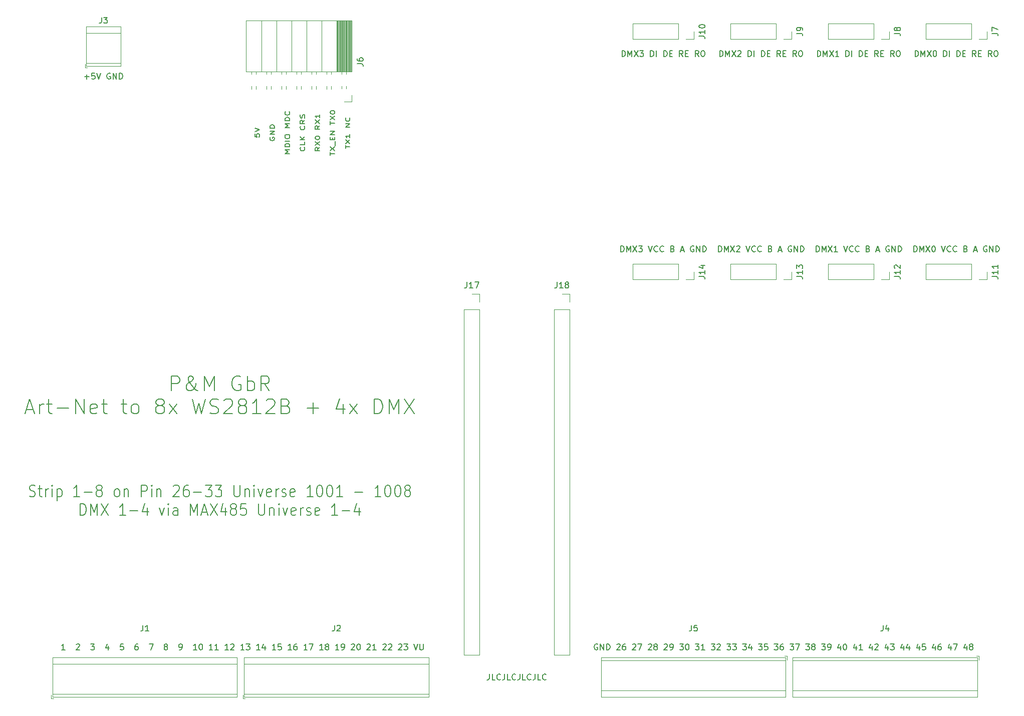
<source format=gbr>
G04 #@! TF.GenerationSoftware,KiCad,Pcbnew,(5.1.5-0-10_14)*
G04 #@! TF.CreationDate,2020-05-13T10:39:26+02:00*
G04 #@! TF.ProjectId,PM Artnet LED DMX,504d2041-7274-46e6-9574-204c45442044,rev?*
G04 #@! TF.SameCoordinates,Original*
G04 #@! TF.FileFunction,Legend,Top*
G04 #@! TF.FilePolarity,Positive*
%FSLAX46Y46*%
G04 Gerber Fmt 4.6, Leading zero omitted, Abs format (unit mm)*
G04 Created by KiCad (PCBNEW (5.1.5-0-10_14)) date 2020-05-13 10:39:26*
%MOMM*%
%LPD*%
G04 APERTURE LIST*
%ADD10C,0.150000*%
%ADD11C,0.120000*%
G04 APERTURE END LIST*
D10*
X119205952Y-128357380D02*
X119205952Y-129071666D01*
X119158333Y-129214523D01*
X119063095Y-129309761D01*
X118920238Y-129357380D01*
X118825000Y-129357380D01*
X120158333Y-129357380D02*
X119682142Y-129357380D01*
X119682142Y-128357380D01*
X121063095Y-129262142D02*
X121015476Y-129309761D01*
X120872619Y-129357380D01*
X120777380Y-129357380D01*
X120634523Y-129309761D01*
X120539285Y-129214523D01*
X120491666Y-129119285D01*
X120444047Y-128928809D01*
X120444047Y-128785952D01*
X120491666Y-128595476D01*
X120539285Y-128500238D01*
X120634523Y-128405000D01*
X120777380Y-128357380D01*
X120872619Y-128357380D01*
X121015476Y-128405000D01*
X121063095Y-128452619D01*
X121777380Y-128357380D02*
X121777380Y-129071666D01*
X121729761Y-129214523D01*
X121634523Y-129309761D01*
X121491666Y-129357380D01*
X121396428Y-129357380D01*
X122729761Y-129357380D02*
X122253571Y-129357380D01*
X122253571Y-128357380D01*
X123634523Y-129262142D02*
X123586904Y-129309761D01*
X123444047Y-129357380D01*
X123348809Y-129357380D01*
X123205952Y-129309761D01*
X123110714Y-129214523D01*
X123063095Y-129119285D01*
X123015476Y-128928809D01*
X123015476Y-128785952D01*
X123063095Y-128595476D01*
X123110714Y-128500238D01*
X123205952Y-128405000D01*
X123348809Y-128357380D01*
X123444047Y-128357380D01*
X123586904Y-128405000D01*
X123634523Y-128452619D01*
X124348809Y-128357380D02*
X124348809Y-129071666D01*
X124301190Y-129214523D01*
X124205952Y-129309761D01*
X124063095Y-129357380D01*
X123967857Y-129357380D01*
X125301190Y-129357380D02*
X124825000Y-129357380D01*
X124825000Y-128357380D01*
X126205952Y-129262142D02*
X126158333Y-129309761D01*
X126015476Y-129357380D01*
X125920238Y-129357380D01*
X125777380Y-129309761D01*
X125682142Y-129214523D01*
X125634523Y-129119285D01*
X125586904Y-128928809D01*
X125586904Y-128785952D01*
X125634523Y-128595476D01*
X125682142Y-128500238D01*
X125777380Y-128405000D01*
X125920238Y-128357380D01*
X126015476Y-128357380D01*
X126158333Y-128405000D01*
X126205952Y-128452619D01*
X126920238Y-128357380D02*
X126920238Y-129071666D01*
X126872619Y-129214523D01*
X126777380Y-129309761D01*
X126634523Y-129357380D01*
X126539285Y-129357380D01*
X127872619Y-129357380D02*
X127396428Y-129357380D01*
X127396428Y-128357380D01*
X128777380Y-129262142D02*
X128729761Y-129309761D01*
X128586904Y-129357380D01*
X128491666Y-129357380D01*
X128348809Y-129309761D01*
X128253571Y-129214523D01*
X128205952Y-129119285D01*
X128158333Y-128928809D01*
X128158333Y-128785952D01*
X128205952Y-128595476D01*
X128253571Y-128500238D01*
X128348809Y-128405000D01*
X128491666Y-128357380D01*
X128586904Y-128357380D01*
X128729761Y-128405000D01*
X128777380Y-128452619D01*
X41451666Y-98294523D02*
X41701666Y-98389761D01*
X42118333Y-98389761D01*
X42285000Y-98294523D01*
X42368333Y-98199285D01*
X42451666Y-98008809D01*
X42451666Y-97818333D01*
X42368333Y-97627857D01*
X42285000Y-97532619D01*
X42118333Y-97437380D01*
X41785000Y-97342142D01*
X41618333Y-97246904D01*
X41535000Y-97151666D01*
X41451666Y-96961190D01*
X41451666Y-96770714D01*
X41535000Y-96580238D01*
X41618333Y-96485000D01*
X41785000Y-96389761D01*
X42201666Y-96389761D01*
X42451666Y-96485000D01*
X42951666Y-97056428D02*
X43618333Y-97056428D01*
X43201666Y-96389761D02*
X43201666Y-98104047D01*
X43285000Y-98294523D01*
X43451666Y-98389761D01*
X43618333Y-98389761D01*
X44201666Y-98389761D02*
X44201666Y-97056428D01*
X44201666Y-97437380D02*
X44285000Y-97246904D01*
X44368333Y-97151666D01*
X44535000Y-97056428D01*
X44701666Y-97056428D01*
X45285000Y-98389761D02*
X45285000Y-97056428D01*
X45285000Y-96389761D02*
X45201666Y-96485000D01*
X45285000Y-96580238D01*
X45368333Y-96485000D01*
X45285000Y-96389761D01*
X45285000Y-96580238D01*
X46118333Y-97056428D02*
X46118333Y-99056428D01*
X46118333Y-97151666D02*
X46285000Y-97056428D01*
X46618333Y-97056428D01*
X46785000Y-97151666D01*
X46868333Y-97246904D01*
X46951666Y-97437380D01*
X46951666Y-98008809D01*
X46868333Y-98199285D01*
X46785000Y-98294523D01*
X46618333Y-98389761D01*
X46285000Y-98389761D01*
X46118333Y-98294523D01*
X49951666Y-98389761D02*
X48951666Y-98389761D01*
X49451666Y-98389761D02*
X49451666Y-96389761D01*
X49285000Y-96675476D01*
X49118333Y-96865952D01*
X48951666Y-96961190D01*
X50701666Y-97627857D02*
X52035000Y-97627857D01*
X53118333Y-97246904D02*
X52951666Y-97151666D01*
X52868333Y-97056428D01*
X52785000Y-96865952D01*
X52785000Y-96770714D01*
X52868333Y-96580238D01*
X52951666Y-96485000D01*
X53118333Y-96389761D01*
X53451666Y-96389761D01*
X53618333Y-96485000D01*
X53701666Y-96580238D01*
X53785000Y-96770714D01*
X53785000Y-96865952D01*
X53701666Y-97056428D01*
X53618333Y-97151666D01*
X53451666Y-97246904D01*
X53118333Y-97246904D01*
X52951666Y-97342142D01*
X52868333Y-97437380D01*
X52785000Y-97627857D01*
X52785000Y-98008809D01*
X52868333Y-98199285D01*
X52951666Y-98294523D01*
X53118333Y-98389761D01*
X53451666Y-98389761D01*
X53618333Y-98294523D01*
X53701666Y-98199285D01*
X53785000Y-98008809D01*
X53785000Y-97627857D01*
X53701666Y-97437380D01*
X53618333Y-97342142D01*
X53451666Y-97246904D01*
X56118333Y-98389761D02*
X55951666Y-98294523D01*
X55868333Y-98199285D01*
X55785000Y-98008809D01*
X55785000Y-97437380D01*
X55868333Y-97246904D01*
X55951666Y-97151666D01*
X56118333Y-97056428D01*
X56368333Y-97056428D01*
X56535000Y-97151666D01*
X56618333Y-97246904D01*
X56701666Y-97437380D01*
X56701666Y-98008809D01*
X56618333Y-98199285D01*
X56535000Y-98294523D01*
X56368333Y-98389761D01*
X56118333Y-98389761D01*
X57451666Y-97056428D02*
X57451666Y-98389761D01*
X57451666Y-97246904D02*
X57535000Y-97151666D01*
X57701666Y-97056428D01*
X57951666Y-97056428D01*
X58118333Y-97151666D01*
X58201666Y-97342142D01*
X58201666Y-98389761D01*
X60368333Y-98389761D02*
X60368333Y-96389761D01*
X61035000Y-96389761D01*
X61201666Y-96485000D01*
X61285000Y-96580238D01*
X61368333Y-96770714D01*
X61368333Y-97056428D01*
X61285000Y-97246904D01*
X61201666Y-97342142D01*
X61035000Y-97437380D01*
X60368333Y-97437380D01*
X62118333Y-98389761D02*
X62118333Y-97056428D01*
X62118333Y-96389761D02*
X62035000Y-96485000D01*
X62118333Y-96580238D01*
X62201666Y-96485000D01*
X62118333Y-96389761D01*
X62118333Y-96580238D01*
X62951666Y-97056428D02*
X62951666Y-98389761D01*
X62951666Y-97246904D02*
X63035000Y-97151666D01*
X63201666Y-97056428D01*
X63451666Y-97056428D01*
X63618333Y-97151666D01*
X63701666Y-97342142D01*
X63701666Y-98389761D01*
X65785000Y-96580238D02*
X65868333Y-96485000D01*
X66035000Y-96389761D01*
X66451666Y-96389761D01*
X66618333Y-96485000D01*
X66701666Y-96580238D01*
X66785000Y-96770714D01*
X66785000Y-96961190D01*
X66701666Y-97246904D01*
X65701666Y-98389761D01*
X66785000Y-98389761D01*
X68285000Y-96389761D02*
X67951666Y-96389761D01*
X67785000Y-96485000D01*
X67701666Y-96580238D01*
X67535000Y-96865952D01*
X67451666Y-97246904D01*
X67451666Y-98008809D01*
X67535000Y-98199285D01*
X67618333Y-98294523D01*
X67785000Y-98389761D01*
X68118333Y-98389761D01*
X68285000Y-98294523D01*
X68368333Y-98199285D01*
X68451666Y-98008809D01*
X68451666Y-97532619D01*
X68368333Y-97342142D01*
X68285000Y-97246904D01*
X68118333Y-97151666D01*
X67785000Y-97151666D01*
X67618333Y-97246904D01*
X67535000Y-97342142D01*
X67451666Y-97532619D01*
X69201666Y-97627857D02*
X70535000Y-97627857D01*
X71201666Y-96389761D02*
X72285000Y-96389761D01*
X71701666Y-97151666D01*
X71951666Y-97151666D01*
X72118333Y-97246904D01*
X72201666Y-97342142D01*
X72285000Y-97532619D01*
X72285000Y-98008809D01*
X72201666Y-98199285D01*
X72118333Y-98294523D01*
X71951666Y-98389761D01*
X71451666Y-98389761D01*
X71285000Y-98294523D01*
X71201666Y-98199285D01*
X72868333Y-96389761D02*
X73951666Y-96389761D01*
X73368333Y-97151666D01*
X73618333Y-97151666D01*
X73785000Y-97246904D01*
X73868333Y-97342142D01*
X73951666Y-97532619D01*
X73951666Y-98008809D01*
X73868333Y-98199285D01*
X73785000Y-98294523D01*
X73618333Y-98389761D01*
X73118333Y-98389761D01*
X72951666Y-98294523D01*
X72868333Y-98199285D01*
X76035000Y-96389761D02*
X76035000Y-98008809D01*
X76118333Y-98199285D01*
X76201666Y-98294523D01*
X76368333Y-98389761D01*
X76701666Y-98389761D01*
X76868333Y-98294523D01*
X76951666Y-98199285D01*
X77035000Y-98008809D01*
X77035000Y-96389761D01*
X77868333Y-97056428D02*
X77868333Y-98389761D01*
X77868333Y-97246904D02*
X77951666Y-97151666D01*
X78118333Y-97056428D01*
X78368333Y-97056428D01*
X78535000Y-97151666D01*
X78618333Y-97342142D01*
X78618333Y-98389761D01*
X79451666Y-98389761D02*
X79451666Y-97056428D01*
X79451666Y-96389761D02*
X79368333Y-96485000D01*
X79451666Y-96580238D01*
X79535000Y-96485000D01*
X79451666Y-96389761D01*
X79451666Y-96580238D01*
X80118333Y-97056428D02*
X80535000Y-98389761D01*
X80951666Y-97056428D01*
X82285000Y-98294523D02*
X82118333Y-98389761D01*
X81785000Y-98389761D01*
X81618333Y-98294523D01*
X81535000Y-98104047D01*
X81535000Y-97342142D01*
X81618333Y-97151666D01*
X81785000Y-97056428D01*
X82118333Y-97056428D01*
X82285000Y-97151666D01*
X82368333Y-97342142D01*
X82368333Y-97532619D01*
X81535000Y-97723095D01*
X83118333Y-98389761D02*
X83118333Y-97056428D01*
X83118333Y-97437380D02*
X83201666Y-97246904D01*
X83285000Y-97151666D01*
X83451666Y-97056428D01*
X83618333Y-97056428D01*
X84118333Y-98294523D02*
X84285000Y-98389761D01*
X84618333Y-98389761D01*
X84785000Y-98294523D01*
X84868333Y-98104047D01*
X84868333Y-98008809D01*
X84785000Y-97818333D01*
X84618333Y-97723095D01*
X84368333Y-97723095D01*
X84201666Y-97627857D01*
X84118333Y-97437380D01*
X84118333Y-97342142D01*
X84201666Y-97151666D01*
X84368333Y-97056428D01*
X84618333Y-97056428D01*
X84785000Y-97151666D01*
X86285000Y-98294523D02*
X86118333Y-98389761D01*
X85785000Y-98389761D01*
X85618333Y-98294523D01*
X85535000Y-98104047D01*
X85535000Y-97342142D01*
X85618333Y-97151666D01*
X85785000Y-97056428D01*
X86118333Y-97056428D01*
X86285000Y-97151666D01*
X86368333Y-97342142D01*
X86368333Y-97532619D01*
X85535000Y-97723095D01*
X89368333Y-98389761D02*
X88368333Y-98389761D01*
X88868333Y-98389761D02*
X88868333Y-96389761D01*
X88701666Y-96675476D01*
X88535000Y-96865952D01*
X88368333Y-96961190D01*
X90451666Y-96389761D02*
X90618333Y-96389761D01*
X90785000Y-96485000D01*
X90868333Y-96580238D01*
X90951666Y-96770714D01*
X91035000Y-97151666D01*
X91035000Y-97627857D01*
X90951666Y-98008809D01*
X90868333Y-98199285D01*
X90785000Y-98294523D01*
X90618333Y-98389761D01*
X90451666Y-98389761D01*
X90285000Y-98294523D01*
X90201666Y-98199285D01*
X90118333Y-98008809D01*
X90035000Y-97627857D01*
X90035000Y-97151666D01*
X90118333Y-96770714D01*
X90201666Y-96580238D01*
X90285000Y-96485000D01*
X90451666Y-96389761D01*
X92118333Y-96389761D02*
X92285000Y-96389761D01*
X92451666Y-96485000D01*
X92535000Y-96580238D01*
X92618333Y-96770714D01*
X92701666Y-97151666D01*
X92701666Y-97627857D01*
X92618333Y-98008809D01*
X92535000Y-98199285D01*
X92451666Y-98294523D01*
X92285000Y-98389761D01*
X92118333Y-98389761D01*
X91951666Y-98294523D01*
X91868333Y-98199285D01*
X91785000Y-98008809D01*
X91701666Y-97627857D01*
X91701666Y-97151666D01*
X91785000Y-96770714D01*
X91868333Y-96580238D01*
X91951666Y-96485000D01*
X92118333Y-96389761D01*
X94368333Y-98389761D02*
X93368333Y-98389761D01*
X93868333Y-98389761D02*
X93868333Y-96389761D01*
X93701666Y-96675476D01*
X93535000Y-96865952D01*
X93368333Y-96961190D01*
X96451666Y-97627857D02*
X97785000Y-97627857D01*
X100868333Y-98389761D02*
X99868333Y-98389761D01*
X100368333Y-98389761D02*
X100368333Y-96389761D01*
X100201666Y-96675476D01*
X100035000Y-96865952D01*
X99868333Y-96961190D01*
X101951666Y-96389761D02*
X102118333Y-96389761D01*
X102285000Y-96485000D01*
X102368333Y-96580238D01*
X102451666Y-96770714D01*
X102535000Y-97151666D01*
X102535000Y-97627857D01*
X102451666Y-98008809D01*
X102368333Y-98199285D01*
X102285000Y-98294523D01*
X102118333Y-98389761D01*
X101951666Y-98389761D01*
X101785000Y-98294523D01*
X101701666Y-98199285D01*
X101618333Y-98008809D01*
X101535000Y-97627857D01*
X101535000Y-97151666D01*
X101618333Y-96770714D01*
X101701666Y-96580238D01*
X101785000Y-96485000D01*
X101951666Y-96389761D01*
X103618333Y-96389761D02*
X103785000Y-96389761D01*
X103951666Y-96485000D01*
X104035000Y-96580238D01*
X104118333Y-96770714D01*
X104201666Y-97151666D01*
X104201666Y-97627857D01*
X104118333Y-98008809D01*
X104035000Y-98199285D01*
X103951666Y-98294523D01*
X103785000Y-98389761D01*
X103618333Y-98389761D01*
X103451666Y-98294523D01*
X103368333Y-98199285D01*
X103285000Y-98008809D01*
X103201666Y-97627857D01*
X103201666Y-97151666D01*
X103285000Y-96770714D01*
X103368333Y-96580238D01*
X103451666Y-96485000D01*
X103618333Y-96389761D01*
X105201666Y-97246904D02*
X105035000Y-97151666D01*
X104951666Y-97056428D01*
X104868333Y-96865952D01*
X104868333Y-96770714D01*
X104951666Y-96580238D01*
X105035000Y-96485000D01*
X105201666Y-96389761D01*
X105535000Y-96389761D01*
X105701666Y-96485000D01*
X105785000Y-96580238D01*
X105868333Y-96770714D01*
X105868333Y-96865952D01*
X105785000Y-97056428D01*
X105701666Y-97151666D01*
X105535000Y-97246904D01*
X105201666Y-97246904D01*
X105035000Y-97342142D01*
X104951666Y-97437380D01*
X104868333Y-97627857D01*
X104868333Y-98008809D01*
X104951666Y-98199285D01*
X105035000Y-98294523D01*
X105201666Y-98389761D01*
X105535000Y-98389761D01*
X105701666Y-98294523D01*
X105785000Y-98199285D01*
X105868333Y-98008809D01*
X105868333Y-97627857D01*
X105785000Y-97437380D01*
X105701666Y-97342142D01*
X105535000Y-97246904D01*
X50034999Y-101539761D02*
X50034999Y-99539761D01*
X50451666Y-99539761D01*
X50701666Y-99635000D01*
X50868333Y-99825476D01*
X50951666Y-100015952D01*
X51034999Y-100396904D01*
X51034999Y-100682619D01*
X50951666Y-101063571D01*
X50868333Y-101254047D01*
X50701666Y-101444523D01*
X50451666Y-101539761D01*
X50034999Y-101539761D01*
X51784999Y-101539761D02*
X51784999Y-99539761D01*
X52368333Y-100968333D01*
X52951666Y-99539761D01*
X52951666Y-101539761D01*
X53618333Y-99539761D02*
X54784999Y-101539761D01*
X54784999Y-99539761D02*
X53618333Y-101539761D01*
X57701666Y-101539761D02*
X56701666Y-101539761D01*
X57201666Y-101539761D02*
X57201666Y-99539761D01*
X57034999Y-99825476D01*
X56868333Y-100015952D01*
X56701666Y-100111190D01*
X58451666Y-100777857D02*
X59784999Y-100777857D01*
X61368333Y-100206428D02*
X61368333Y-101539761D01*
X60951666Y-99444523D02*
X60534999Y-100873095D01*
X61618333Y-100873095D01*
X63451666Y-100206428D02*
X63868333Y-101539761D01*
X64284999Y-100206428D01*
X64951666Y-101539761D02*
X64951666Y-100206428D01*
X64951666Y-99539761D02*
X64868333Y-99635000D01*
X64951666Y-99730238D01*
X65034999Y-99635000D01*
X64951666Y-99539761D01*
X64951666Y-99730238D01*
X66535000Y-101539761D02*
X66535000Y-100492142D01*
X66451666Y-100301666D01*
X66284999Y-100206428D01*
X65951666Y-100206428D01*
X65784999Y-100301666D01*
X66535000Y-101444523D02*
X66368333Y-101539761D01*
X65951666Y-101539761D01*
X65784999Y-101444523D01*
X65701666Y-101254047D01*
X65701666Y-101063571D01*
X65784999Y-100873095D01*
X65951666Y-100777857D01*
X66368333Y-100777857D01*
X66535000Y-100682619D01*
X68701666Y-101539761D02*
X68701666Y-99539761D01*
X69285000Y-100968333D01*
X69868333Y-99539761D01*
X69868333Y-101539761D01*
X70618333Y-100968333D02*
X71451666Y-100968333D01*
X70451666Y-101539761D02*
X71035000Y-99539761D01*
X71618333Y-101539761D01*
X72035000Y-99539761D02*
X73201666Y-101539761D01*
X73201666Y-99539761D02*
X72035000Y-101539761D01*
X74618333Y-100206428D02*
X74618333Y-101539761D01*
X74201666Y-99444523D02*
X73785000Y-100873095D01*
X74868333Y-100873095D01*
X75785000Y-100396904D02*
X75618333Y-100301666D01*
X75535000Y-100206428D01*
X75451666Y-100015952D01*
X75451666Y-99920714D01*
X75535000Y-99730238D01*
X75618333Y-99635000D01*
X75785000Y-99539761D01*
X76118333Y-99539761D01*
X76285000Y-99635000D01*
X76368333Y-99730238D01*
X76451666Y-99920714D01*
X76451666Y-100015952D01*
X76368333Y-100206428D01*
X76285000Y-100301666D01*
X76118333Y-100396904D01*
X75785000Y-100396904D01*
X75618333Y-100492142D01*
X75535000Y-100587380D01*
X75451666Y-100777857D01*
X75451666Y-101158809D01*
X75535000Y-101349285D01*
X75618333Y-101444523D01*
X75785000Y-101539761D01*
X76118333Y-101539761D01*
X76285000Y-101444523D01*
X76368333Y-101349285D01*
X76451666Y-101158809D01*
X76451666Y-100777857D01*
X76368333Y-100587380D01*
X76285000Y-100492142D01*
X76118333Y-100396904D01*
X78035000Y-99539761D02*
X77201666Y-99539761D01*
X77118333Y-100492142D01*
X77201666Y-100396904D01*
X77368333Y-100301666D01*
X77785000Y-100301666D01*
X77951666Y-100396904D01*
X78035000Y-100492142D01*
X78118333Y-100682619D01*
X78118333Y-101158809D01*
X78035000Y-101349285D01*
X77951666Y-101444523D01*
X77785000Y-101539761D01*
X77368333Y-101539761D01*
X77201666Y-101444523D01*
X77118333Y-101349285D01*
X80201666Y-99539761D02*
X80201666Y-101158809D01*
X80285000Y-101349285D01*
X80368333Y-101444523D01*
X80535000Y-101539761D01*
X80868333Y-101539761D01*
X81035000Y-101444523D01*
X81118333Y-101349285D01*
X81201666Y-101158809D01*
X81201666Y-99539761D01*
X82035000Y-100206428D02*
X82035000Y-101539761D01*
X82035000Y-100396904D02*
X82118333Y-100301666D01*
X82285000Y-100206428D01*
X82535000Y-100206428D01*
X82701666Y-100301666D01*
X82785000Y-100492142D01*
X82785000Y-101539761D01*
X83618333Y-101539761D02*
X83618333Y-100206428D01*
X83618333Y-99539761D02*
X83535000Y-99635000D01*
X83618333Y-99730238D01*
X83701666Y-99635000D01*
X83618333Y-99539761D01*
X83618333Y-99730238D01*
X84285000Y-100206428D02*
X84701666Y-101539761D01*
X85118333Y-100206428D01*
X86451666Y-101444523D02*
X86285000Y-101539761D01*
X85951666Y-101539761D01*
X85785000Y-101444523D01*
X85701666Y-101254047D01*
X85701666Y-100492142D01*
X85785000Y-100301666D01*
X85951666Y-100206428D01*
X86285000Y-100206428D01*
X86451666Y-100301666D01*
X86535000Y-100492142D01*
X86535000Y-100682619D01*
X85701666Y-100873095D01*
X87285000Y-101539761D02*
X87285000Y-100206428D01*
X87285000Y-100587380D02*
X87368333Y-100396904D01*
X87451666Y-100301666D01*
X87618333Y-100206428D01*
X87785000Y-100206428D01*
X88285000Y-101444523D02*
X88451666Y-101539761D01*
X88785000Y-101539761D01*
X88951666Y-101444523D01*
X89035000Y-101254047D01*
X89035000Y-101158809D01*
X88951666Y-100968333D01*
X88785000Y-100873095D01*
X88535000Y-100873095D01*
X88368333Y-100777857D01*
X88285000Y-100587380D01*
X88285000Y-100492142D01*
X88368333Y-100301666D01*
X88535000Y-100206428D01*
X88785000Y-100206428D01*
X88951666Y-100301666D01*
X90451666Y-101444523D02*
X90285000Y-101539761D01*
X89951666Y-101539761D01*
X89785000Y-101444523D01*
X89701666Y-101254047D01*
X89701666Y-100492142D01*
X89785000Y-100301666D01*
X89951666Y-100206428D01*
X90285000Y-100206428D01*
X90451666Y-100301666D01*
X90535000Y-100492142D01*
X90535000Y-100682619D01*
X89701666Y-100873095D01*
X93535000Y-101539761D02*
X92535000Y-101539761D01*
X93035000Y-101539761D02*
X93035000Y-99539761D01*
X92868333Y-99825476D01*
X92701666Y-100015952D01*
X92535000Y-100111190D01*
X94285000Y-100777857D02*
X95618333Y-100777857D01*
X97201666Y-100206428D02*
X97201666Y-101539761D01*
X96785000Y-99444523D02*
X96368333Y-100873095D01*
X97451666Y-100873095D01*
X65445714Y-80460952D02*
X65445714Y-77960952D01*
X66398095Y-77960952D01*
X66636190Y-78080000D01*
X66755238Y-78199047D01*
X66874285Y-78437142D01*
X66874285Y-78794285D01*
X66755238Y-79032380D01*
X66636190Y-79151428D01*
X66398095Y-79270476D01*
X65445714Y-79270476D01*
X69969523Y-80460952D02*
X69850476Y-80460952D01*
X69612380Y-80341904D01*
X69255238Y-79984761D01*
X68660000Y-79270476D01*
X68421904Y-78913333D01*
X68302857Y-78556190D01*
X68302857Y-78318095D01*
X68421904Y-78080000D01*
X68660000Y-77960952D01*
X68779047Y-77960952D01*
X69017142Y-78080000D01*
X69136190Y-78318095D01*
X69136190Y-78437142D01*
X69017142Y-78675238D01*
X68898095Y-78794285D01*
X68183809Y-79270476D01*
X68064761Y-79389523D01*
X67945714Y-79627619D01*
X67945714Y-79984761D01*
X68064761Y-80222857D01*
X68183809Y-80341904D01*
X68421904Y-80460952D01*
X68779047Y-80460952D01*
X69017142Y-80341904D01*
X69136190Y-80222857D01*
X69493333Y-79746666D01*
X69612380Y-79389523D01*
X69612380Y-79151428D01*
X71040952Y-80460952D02*
X71040952Y-77960952D01*
X71874285Y-79746666D01*
X72707619Y-77960952D01*
X72707619Y-80460952D01*
X77112380Y-78080000D02*
X76874285Y-77960952D01*
X76517142Y-77960952D01*
X76160000Y-78080000D01*
X75921904Y-78318095D01*
X75802857Y-78556190D01*
X75683809Y-79032380D01*
X75683809Y-79389523D01*
X75802857Y-79865714D01*
X75921904Y-80103809D01*
X76160000Y-80341904D01*
X76517142Y-80460952D01*
X76755238Y-80460952D01*
X77112380Y-80341904D01*
X77231428Y-80222857D01*
X77231428Y-79389523D01*
X76755238Y-79389523D01*
X78302857Y-80460952D02*
X78302857Y-77960952D01*
X78302857Y-78913333D02*
X78540952Y-78794285D01*
X79017142Y-78794285D01*
X79255238Y-78913333D01*
X79374285Y-79032380D01*
X79493333Y-79270476D01*
X79493333Y-79984761D01*
X79374285Y-80222857D01*
X79255238Y-80341904D01*
X79017142Y-80460952D01*
X78540952Y-80460952D01*
X78302857Y-80341904D01*
X81993333Y-80460952D02*
X81160000Y-79270476D01*
X80564761Y-80460952D02*
X80564761Y-77960952D01*
X81517142Y-77960952D01*
X81755238Y-78080000D01*
X81874285Y-78199047D01*
X81993333Y-78437142D01*
X81993333Y-78794285D01*
X81874285Y-79032380D01*
X81755238Y-79151428D01*
X81517142Y-79270476D01*
X80564761Y-79270476D01*
X40921904Y-83646666D02*
X42112380Y-83646666D01*
X40683809Y-84360952D02*
X41517142Y-81860952D01*
X42350476Y-84360952D01*
X43183809Y-84360952D02*
X43183809Y-82694285D01*
X43183809Y-83170476D02*
X43302857Y-82932380D01*
X43421904Y-82813333D01*
X43660000Y-82694285D01*
X43898095Y-82694285D01*
X44374285Y-82694285D02*
X45326666Y-82694285D01*
X44731428Y-81860952D02*
X44731428Y-84003809D01*
X44850476Y-84241904D01*
X45088571Y-84360952D01*
X45326666Y-84360952D01*
X46160000Y-83408571D02*
X48064761Y-83408571D01*
X49255238Y-84360952D02*
X49255238Y-81860952D01*
X50683809Y-84360952D01*
X50683809Y-81860952D01*
X52826666Y-84241904D02*
X52588571Y-84360952D01*
X52112380Y-84360952D01*
X51874285Y-84241904D01*
X51755238Y-84003809D01*
X51755238Y-83051428D01*
X51874285Y-82813333D01*
X52112380Y-82694285D01*
X52588571Y-82694285D01*
X52826666Y-82813333D01*
X52945714Y-83051428D01*
X52945714Y-83289523D01*
X51755238Y-83527619D01*
X53660000Y-82694285D02*
X54612380Y-82694285D01*
X54017142Y-81860952D02*
X54017142Y-84003809D01*
X54136190Y-84241904D01*
X54374285Y-84360952D01*
X54612380Y-84360952D01*
X56993333Y-82694285D02*
X57945714Y-82694285D01*
X57350476Y-81860952D02*
X57350476Y-84003809D01*
X57469523Y-84241904D01*
X57707619Y-84360952D01*
X57945714Y-84360952D01*
X59136190Y-84360952D02*
X58898095Y-84241904D01*
X58779047Y-84122857D01*
X58660000Y-83884761D01*
X58660000Y-83170476D01*
X58779047Y-82932380D01*
X58898095Y-82813333D01*
X59136190Y-82694285D01*
X59493333Y-82694285D01*
X59731428Y-82813333D01*
X59850476Y-82932380D01*
X59969523Y-83170476D01*
X59969523Y-83884761D01*
X59850476Y-84122857D01*
X59731428Y-84241904D01*
X59493333Y-84360952D01*
X59136190Y-84360952D01*
X63302857Y-82932380D02*
X63064761Y-82813333D01*
X62945714Y-82694285D01*
X62826666Y-82456190D01*
X62826666Y-82337142D01*
X62945714Y-82099047D01*
X63064761Y-81980000D01*
X63302857Y-81860952D01*
X63779047Y-81860952D01*
X64017142Y-81980000D01*
X64136190Y-82099047D01*
X64255238Y-82337142D01*
X64255238Y-82456190D01*
X64136190Y-82694285D01*
X64017142Y-82813333D01*
X63779047Y-82932380D01*
X63302857Y-82932380D01*
X63064761Y-83051428D01*
X62945714Y-83170476D01*
X62826666Y-83408571D01*
X62826666Y-83884761D01*
X62945714Y-84122857D01*
X63064761Y-84241904D01*
X63302857Y-84360952D01*
X63779047Y-84360952D01*
X64017142Y-84241904D01*
X64136190Y-84122857D01*
X64255238Y-83884761D01*
X64255238Y-83408571D01*
X64136190Y-83170476D01*
X64017142Y-83051428D01*
X63779047Y-82932380D01*
X65088571Y-84360952D02*
X66398095Y-82694285D01*
X65088571Y-82694285D02*
X66398095Y-84360952D01*
X69017142Y-81860952D02*
X69612380Y-84360952D01*
X70088571Y-82575238D01*
X70564761Y-84360952D01*
X71159999Y-81860952D01*
X71993333Y-84241904D02*
X72350476Y-84360952D01*
X72945714Y-84360952D01*
X73183809Y-84241904D01*
X73302857Y-84122857D01*
X73421904Y-83884761D01*
X73421904Y-83646666D01*
X73302857Y-83408571D01*
X73183809Y-83289523D01*
X72945714Y-83170476D01*
X72469523Y-83051428D01*
X72231428Y-82932380D01*
X72112380Y-82813333D01*
X71993333Y-82575238D01*
X71993333Y-82337142D01*
X72112380Y-82099047D01*
X72231428Y-81980000D01*
X72469523Y-81860952D01*
X73064761Y-81860952D01*
X73421904Y-81980000D01*
X74374285Y-82099047D02*
X74493333Y-81980000D01*
X74731428Y-81860952D01*
X75326666Y-81860952D01*
X75564761Y-81980000D01*
X75683809Y-82099047D01*
X75802857Y-82337142D01*
X75802857Y-82575238D01*
X75683809Y-82932380D01*
X74255238Y-84360952D01*
X75802857Y-84360952D01*
X77231428Y-82932380D02*
X76993333Y-82813333D01*
X76874285Y-82694285D01*
X76755238Y-82456190D01*
X76755238Y-82337142D01*
X76874285Y-82099047D01*
X76993333Y-81980000D01*
X77231428Y-81860952D01*
X77707619Y-81860952D01*
X77945714Y-81980000D01*
X78064761Y-82099047D01*
X78183809Y-82337142D01*
X78183809Y-82456190D01*
X78064761Y-82694285D01*
X77945714Y-82813333D01*
X77707619Y-82932380D01*
X77231428Y-82932380D01*
X76993333Y-83051428D01*
X76874285Y-83170476D01*
X76755238Y-83408571D01*
X76755238Y-83884761D01*
X76874285Y-84122857D01*
X76993333Y-84241904D01*
X77231428Y-84360952D01*
X77707619Y-84360952D01*
X77945714Y-84241904D01*
X78064761Y-84122857D01*
X78183809Y-83884761D01*
X78183809Y-83408571D01*
X78064761Y-83170476D01*
X77945714Y-83051428D01*
X77707619Y-82932380D01*
X80564761Y-84360952D02*
X79136190Y-84360952D01*
X79850476Y-84360952D02*
X79850476Y-81860952D01*
X79612380Y-82218095D01*
X79374285Y-82456190D01*
X79136190Y-82575238D01*
X81517142Y-82099047D02*
X81636190Y-81980000D01*
X81874285Y-81860952D01*
X82469523Y-81860952D01*
X82707619Y-81980000D01*
X82826666Y-82099047D01*
X82945714Y-82337142D01*
X82945714Y-82575238D01*
X82826666Y-82932380D01*
X81398095Y-84360952D01*
X82945714Y-84360952D01*
X84850476Y-83051428D02*
X85207619Y-83170476D01*
X85326666Y-83289523D01*
X85445714Y-83527619D01*
X85445714Y-83884761D01*
X85326666Y-84122857D01*
X85207619Y-84241904D01*
X84969523Y-84360952D01*
X84017142Y-84360952D01*
X84017142Y-81860952D01*
X84850476Y-81860952D01*
X85088571Y-81980000D01*
X85207619Y-82099047D01*
X85326666Y-82337142D01*
X85326666Y-82575238D01*
X85207619Y-82813333D01*
X85088571Y-82932380D01*
X84850476Y-83051428D01*
X84017142Y-83051428D01*
X88421904Y-83408571D02*
X90326666Y-83408571D01*
X89374285Y-84360952D02*
X89374285Y-82456190D01*
X94493333Y-82694285D02*
X94493333Y-84360952D01*
X93898095Y-81741904D02*
X93302857Y-83527619D01*
X94850476Y-83527619D01*
X95564761Y-84360952D02*
X96874285Y-82694285D01*
X95564761Y-82694285D02*
X96874285Y-84360952D01*
X99731428Y-84360952D02*
X99731428Y-81860952D01*
X100326666Y-81860952D01*
X100683809Y-81980000D01*
X100921904Y-82218095D01*
X101040952Y-82456190D01*
X101159999Y-82932380D01*
X101159999Y-83289523D01*
X101040952Y-83765714D01*
X100921904Y-84003809D01*
X100683809Y-84241904D01*
X100326666Y-84360952D01*
X99731428Y-84360952D01*
X102231428Y-84360952D02*
X102231428Y-81860952D01*
X103064761Y-83646666D01*
X103898095Y-81860952D01*
X103898095Y-84360952D01*
X104850476Y-81860952D02*
X106517142Y-84360952D01*
X106517142Y-81860952D02*
X104850476Y-84360952D01*
X79569285Y-37020476D02*
X79569285Y-37496666D01*
X79926428Y-37544285D01*
X79890714Y-37496666D01*
X79855000Y-37401428D01*
X79855000Y-37163333D01*
X79890714Y-37068095D01*
X79926428Y-37020476D01*
X79997857Y-36972857D01*
X80176428Y-36972857D01*
X80247857Y-37020476D01*
X80283571Y-37068095D01*
X80319285Y-37163333D01*
X80319285Y-37401428D01*
X80283571Y-37496666D01*
X80247857Y-37544285D01*
X79569285Y-36687142D02*
X80319285Y-36353809D01*
X79569285Y-36020476D01*
X82155000Y-37591904D02*
X82119285Y-37687142D01*
X82119285Y-37830000D01*
X82155000Y-37972857D01*
X82226428Y-38068095D01*
X82297857Y-38115714D01*
X82440714Y-38163333D01*
X82547857Y-38163333D01*
X82690714Y-38115714D01*
X82762142Y-38068095D01*
X82833571Y-37972857D01*
X82869285Y-37830000D01*
X82869285Y-37734761D01*
X82833571Y-37591904D01*
X82797857Y-37544285D01*
X82547857Y-37544285D01*
X82547857Y-37734761D01*
X82869285Y-37115714D02*
X82119285Y-37115714D01*
X82869285Y-36544285D01*
X82119285Y-36544285D01*
X82869285Y-36068095D02*
X82119285Y-36068095D01*
X82119285Y-35830000D01*
X82155000Y-35687142D01*
X82226428Y-35591904D01*
X82297857Y-35544285D01*
X82440714Y-35496666D01*
X82547857Y-35496666D01*
X82690714Y-35544285D01*
X82762142Y-35591904D01*
X82833571Y-35687142D01*
X82869285Y-35830000D01*
X82869285Y-36068095D01*
X85419285Y-40377619D02*
X84669285Y-40377619D01*
X85205000Y-40044285D01*
X84669285Y-39710952D01*
X85419285Y-39710952D01*
X85419285Y-39234761D02*
X84669285Y-39234761D01*
X84669285Y-38996666D01*
X84705000Y-38853809D01*
X84776428Y-38758571D01*
X84847857Y-38710952D01*
X84990714Y-38663333D01*
X85097857Y-38663333D01*
X85240714Y-38710952D01*
X85312142Y-38758571D01*
X85383571Y-38853809D01*
X85419285Y-38996666D01*
X85419285Y-39234761D01*
X85419285Y-38234761D02*
X84669285Y-38234761D01*
X84669285Y-37568095D02*
X84669285Y-37377619D01*
X84705000Y-37282380D01*
X84776428Y-37187142D01*
X84919285Y-37139523D01*
X85169285Y-37139523D01*
X85312142Y-37187142D01*
X85383571Y-37282380D01*
X85419285Y-37377619D01*
X85419285Y-37568095D01*
X85383571Y-37663333D01*
X85312142Y-37758571D01*
X85169285Y-37806190D01*
X84919285Y-37806190D01*
X84776428Y-37758571D01*
X84705000Y-37663333D01*
X84669285Y-37568095D01*
X85419285Y-35949047D02*
X84669285Y-35949047D01*
X85205000Y-35615714D01*
X84669285Y-35282380D01*
X85419285Y-35282380D01*
X85419285Y-34806190D02*
X84669285Y-34806190D01*
X84669285Y-34568095D01*
X84705000Y-34425238D01*
X84776428Y-34330000D01*
X84847857Y-34282380D01*
X84990714Y-34234761D01*
X85097857Y-34234761D01*
X85240714Y-34282380D01*
X85312142Y-34330000D01*
X85383571Y-34425238D01*
X85419285Y-34568095D01*
X85419285Y-34806190D01*
X85347857Y-33234761D02*
X85383571Y-33282380D01*
X85419285Y-33425238D01*
X85419285Y-33520476D01*
X85383571Y-33663333D01*
X85312142Y-33758571D01*
X85240714Y-33806190D01*
X85097857Y-33853809D01*
X84990714Y-33853809D01*
X84847857Y-33806190D01*
X84776428Y-33758571D01*
X84705000Y-33663333D01*
X84669285Y-33520476D01*
X84669285Y-33425238D01*
X84705000Y-33282380D01*
X84740714Y-33234761D01*
X87897857Y-39282380D02*
X87933571Y-39330000D01*
X87969285Y-39472857D01*
X87969285Y-39568095D01*
X87933571Y-39710952D01*
X87862142Y-39806190D01*
X87790714Y-39853809D01*
X87647857Y-39901428D01*
X87540714Y-39901428D01*
X87397857Y-39853809D01*
X87326428Y-39806190D01*
X87255000Y-39710952D01*
X87219285Y-39568095D01*
X87219285Y-39472857D01*
X87255000Y-39330000D01*
X87290714Y-39282380D01*
X87969285Y-38377619D02*
X87969285Y-38853809D01*
X87219285Y-38853809D01*
X87969285Y-38044285D02*
X87219285Y-38044285D01*
X87969285Y-37472857D02*
X87540714Y-37901428D01*
X87219285Y-37472857D02*
X87647857Y-38044285D01*
X87897857Y-35710952D02*
X87933571Y-35758571D01*
X87969285Y-35901428D01*
X87969285Y-35996666D01*
X87933571Y-36139523D01*
X87862142Y-36234761D01*
X87790714Y-36282380D01*
X87647857Y-36330000D01*
X87540714Y-36330000D01*
X87397857Y-36282380D01*
X87326428Y-36234761D01*
X87255000Y-36139523D01*
X87219285Y-35996666D01*
X87219285Y-35901428D01*
X87255000Y-35758571D01*
X87290714Y-35710952D01*
X87969285Y-34710952D02*
X87612142Y-35044285D01*
X87969285Y-35282380D02*
X87219285Y-35282380D01*
X87219285Y-34901428D01*
X87255000Y-34806190D01*
X87290714Y-34758571D01*
X87362142Y-34710952D01*
X87469285Y-34710952D01*
X87540714Y-34758571D01*
X87576428Y-34806190D01*
X87612142Y-34901428D01*
X87612142Y-35282380D01*
X87933571Y-34330000D02*
X87969285Y-34187142D01*
X87969285Y-33949047D01*
X87933571Y-33853809D01*
X87897857Y-33806190D01*
X87826428Y-33758571D01*
X87755000Y-33758571D01*
X87683571Y-33806190D01*
X87647857Y-33853809D01*
X87612142Y-33949047D01*
X87576428Y-34139523D01*
X87540714Y-34234761D01*
X87505000Y-34282380D01*
X87433571Y-34330000D01*
X87362142Y-34330000D01*
X87290714Y-34282380D01*
X87255000Y-34234761D01*
X87219285Y-34139523D01*
X87219285Y-33901428D01*
X87255000Y-33758571D01*
X90519285Y-39306190D02*
X90162142Y-39639523D01*
X90519285Y-39877619D02*
X89769285Y-39877619D01*
X89769285Y-39496666D01*
X89805000Y-39401428D01*
X89840714Y-39353809D01*
X89912142Y-39306190D01*
X90019285Y-39306190D01*
X90090714Y-39353809D01*
X90126428Y-39401428D01*
X90162142Y-39496666D01*
X90162142Y-39877619D01*
X89769285Y-38972857D02*
X90519285Y-38306190D01*
X89769285Y-38306190D02*
X90519285Y-38972857D01*
X89769285Y-37734761D02*
X89769285Y-37639523D01*
X89805000Y-37544285D01*
X89840714Y-37496666D01*
X89912142Y-37449047D01*
X90055000Y-37401428D01*
X90233571Y-37401428D01*
X90376428Y-37449047D01*
X90447857Y-37496666D01*
X90483571Y-37544285D01*
X90519285Y-37639523D01*
X90519285Y-37734761D01*
X90483571Y-37830000D01*
X90447857Y-37877619D01*
X90376428Y-37925238D01*
X90233571Y-37972857D01*
X90055000Y-37972857D01*
X89912142Y-37925238D01*
X89840714Y-37877619D01*
X89805000Y-37830000D01*
X89769285Y-37734761D01*
X90519285Y-35639523D02*
X90162142Y-35972857D01*
X90519285Y-36210952D02*
X89769285Y-36210952D01*
X89769285Y-35830000D01*
X89805000Y-35734761D01*
X89840714Y-35687142D01*
X89912142Y-35639523D01*
X90019285Y-35639523D01*
X90090714Y-35687142D01*
X90126428Y-35734761D01*
X90162142Y-35830000D01*
X90162142Y-36210952D01*
X89769285Y-35306190D02*
X90519285Y-34639523D01*
X89769285Y-34639523D02*
X90519285Y-35306190D01*
X90519285Y-33734761D02*
X90519285Y-34306190D01*
X90519285Y-34020476D02*
X89769285Y-34020476D01*
X89876428Y-34115714D01*
X89947857Y-34210952D01*
X89983571Y-34306190D01*
X92319285Y-40663333D02*
X92319285Y-40091904D01*
X93069285Y-40377619D02*
X92319285Y-40377619D01*
X92319285Y-39853809D02*
X93069285Y-39187142D01*
X92319285Y-39187142D02*
X93069285Y-39853809D01*
X93140714Y-39044285D02*
X93140714Y-38282380D01*
X92676428Y-38044285D02*
X92676428Y-37710952D01*
X93069285Y-37568095D02*
X93069285Y-38044285D01*
X92319285Y-38044285D01*
X92319285Y-37568095D01*
X93069285Y-37139523D02*
X92319285Y-37139523D01*
X93069285Y-36568095D01*
X92319285Y-36568095D01*
X92319285Y-35472857D02*
X92319285Y-34901428D01*
X93069285Y-35187142D02*
X92319285Y-35187142D01*
X92319285Y-34663333D02*
X93069285Y-33996666D01*
X92319285Y-33996666D02*
X93069285Y-34663333D01*
X92319285Y-33425238D02*
X92319285Y-33330000D01*
X92355000Y-33234761D01*
X92390714Y-33187142D01*
X92462142Y-33139523D01*
X92605000Y-33091904D01*
X92783571Y-33091904D01*
X92926428Y-33139523D01*
X92997857Y-33187142D01*
X93033571Y-33234761D01*
X93069285Y-33330000D01*
X93069285Y-33425238D01*
X93033571Y-33520476D01*
X92997857Y-33568095D01*
X92926428Y-33615714D01*
X92783571Y-33663333D01*
X92605000Y-33663333D01*
X92462142Y-33615714D01*
X92390714Y-33568095D01*
X92355000Y-33520476D01*
X92319285Y-33425238D01*
X94869285Y-39472857D02*
X94869285Y-38901428D01*
X95619285Y-39187142D02*
X94869285Y-39187142D01*
X94869285Y-38663333D02*
X95619285Y-37996666D01*
X94869285Y-37996666D02*
X95619285Y-38663333D01*
X95619285Y-37091904D02*
X95619285Y-37663333D01*
X95619285Y-37377619D02*
X94869285Y-37377619D01*
X94976428Y-37472857D01*
X95047857Y-37568095D01*
X95083571Y-37663333D01*
X95619285Y-35901428D02*
X94869285Y-35901428D01*
X95619285Y-35330000D01*
X94869285Y-35330000D01*
X95547857Y-34282380D02*
X95583571Y-34330000D01*
X95619285Y-34472857D01*
X95619285Y-34568095D01*
X95583571Y-34710952D01*
X95512142Y-34806190D01*
X95440714Y-34853809D01*
X95297857Y-34901428D01*
X95190714Y-34901428D01*
X95047857Y-34853809D01*
X94976428Y-34806190D01*
X94905000Y-34710952D01*
X94869285Y-34568095D01*
X94869285Y-34472857D01*
X94905000Y-34330000D01*
X94940714Y-34282380D01*
X137481428Y-123325000D02*
X137386190Y-123277380D01*
X137243333Y-123277380D01*
X137100476Y-123325000D01*
X137005238Y-123420238D01*
X136957619Y-123515476D01*
X136910000Y-123705952D01*
X136910000Y-123848809D01*
X136957619Y-124039285D01*
X137005238Y-124134523D01*
X137100476Y-124229761D01*
X137243333Y-124277380D01*
X137338571Y-124277380D01*
X137481428Y-124229761D01*
X137529047Y-124182142D01*
X137529047Y-123848809D01*
X137338571Y-123848809D01*
X137957619Y-124277380D02*
X137957619Y-123277380D01*
X138529047Y-124277380D01*
X138529047Y-123277380D01*
X139005238Y-124277380D02*
X139005238Y-123277380D01*
X139243333Y-123277380D01*
X139386190Y-123325000D01*
X139481428Y-123420238D01*
X139529047Y-123515476D01*
X139576666Y-123705952D01*
X139576666Y-123848809D01*
X139529047Y-124039285D01*
X139481428Y-124134523D01*
X139386190Y-124229761D01*
X139243333Y-124277380D01*
X139005238Y-124277380D01*
X140719523Y-123372619D02*
X140767142Y-123325000D01*
X140862380Y-123277380D01*
X141100476Y-123277380D01*
X141195714Y-123325000D01*
X141243333Y-123372619D01*
X141290952Y-123467857D01*
X141290952Y-123563095D01*
X141243333Y-123705952D01*
X140671904Y-124277380D01*
X141290952Y-124277380D01*
X142148095Y-123277380D02*
X141957619Y-123277380D01*
X141862380Y-123325000D01*
X141814761Y-123372619D01*
X141719523Y-123515476D01*
X141671904Y-123705952D01*
X141671904Y-124086904D01*
X141719523Y-124182142D01*
X141767142Y-124229761D01*
X141862380Y-124277380D01*
X142052857Y-124277380D01*
X142148095Y-124229761D01*
X142195714Y-124182142D01*
X142243333Y-124086904D01*
X142243333Y-123848809D01*
X142195714Y-123753571D01*
X142148095Y-123705952D01*
X142052857Y-123658333D01*
X141862380Y-123658333D01*
X141767142Y-123705952D01*
X141719523Y-123753571D01*
X141671904Y-123848809D01*
X143386190Y-123372619D02*
X143433809Y-123325000D01*
X143529047Y-123277380D01*
X143767142Y-123277380D01*
X143862380Y-123325000D01*
X143910000Y-123372619D01*
X143957619Y-123467857D01*
X143957619Y-123563095D01*
X143910000Y-123705952D01*
X143338571Y-124277380D01*
X143957619Y-124277380D01*
X144290952Y-123277380D02*
X144957619Y-123277380D01*
X144529047Y-124277380D01*
X146052857Y-123372619D02*
X146100476Y-123325000D01*
X146195714Y-123277380D01*
X146433809Y-123277380D01*
X146529047Y-123325000D01*
X146576666Y-123372619D01*
X146624285Y-123467857D01*
X146624285Y-123563095D01*
X146576666Y-123705952D01*
X146005238Y-124277380D01*
X146624285Y-124277380D01*
X147195714Y-123705952D02*
X147100476Y-123658333D01*
X147052857Y-123610714D01*
X147005238Y-123515476D01*
X147005238Y-123467857D01*
X147052857Y-123372619D01*
X147100476Y-123325000D01*
X147195714Y-123277380D01*
X147386190Y-123277380D01*
X147481428Y-123325000D01*
X147529047Y-123372619D01*
X147576666Y-123467857D01*
X147576666Y-123515476D01*
X147529047Y-123610714D01*
X147481428Y-123658333D01*
X147386190Y-123705952D01*
X147195714Y-123705952D01*
X147100476Y-123753571D01*
X147052857Y-123801190D01*
X147005238Y-123896428D01*
X147005238Y-124086904D01*
X147052857Y-124182142D01*
X147100476Y-124229761D01*
X147195714Y-124277380D01*
X147386190Y-124277380D01*
X147481428Y-124229761D01*
X147529047Y-124182142D01*
X147576666Y-124086904D01*
X147576666Y-123896428D01*
X147529047Y-123801190D01*
X147481428Y-123753571D01*
X147386190Y-123705952D01*
X148719523Y-123372619D02*
X148767142Y-123325000D01*
X148862380Y-123277380D01*
X149100476Y-123277380D01*
X149195714Y-123325000D01*
X149243333Y-123372619D01*
X149290952Y-123467857D01*
X149290952Y-123563095D01*
X149243333Y-123705952D01*
X148671904Y-124277380D01*
X149290952Y-124277380D01*
X149767142Y-124277380D02*
X149957619Y-124277380D01*
X150052857Y-124229761D01*
X150100476Y-124182142D01*
X150195714Y-124039285D01*
X150243333Y-123848809D01*
X150243333Y-123467857D01*
X150195714Y-123372619D01*
X150148095Y-123325000D01*
X150052857Y-123277380D01*
X149862380Y-123277380D01*
X149767142Y-123325000D01*
X149719523Y-123372619D01*
X149671904Y-123467857D01*
X149671904Y-123705952D01*
X149719523Y-123801190D01*
X149767142Y-123848809D01*
X149862380Y-123896428D01*
X150052857Y-123896428D01*
X150148095Y-123848809D01*
X150195714Y-123801190D01*
X150243333Y-123705952D01*
X151338571Y-123277380D02*
X151957619Y-123277380D01*
X151624285Y-123658333D01*
X151767142Y-123658333D01*
X151862380Y-123705952D01*
X151910000Y-123753571D01*
X151957619Y-123848809D01*
X151957619Y-124086904D01*
X151910000Y-124182142D01*
X151862380Y-124229761D01*
X151767142Y-124277380D01*
X151481428Y-124277380D01*
X151386190Y-124229761D01*
X151338571Y-124182142D01*
X152576666Y-123277380D02*
X152671904Y-123277380D01*
X152767142Y-123325000D01*
X152814761Y-123372619D01*
X152862380Y-123467857D01*
X152910000Y-123658333D01*
X152910000Y-123896428D01*
X152862380Y-124086904D01*
X152814761Y-124182142D01*
X152767142Y-124229761D01*
X152671904Y-124277380D01*
X152576666Y-124277380D01*
X152481428Y-124229761D01*
X152433809Y-124182142D01*
X152386190Y-124086904D01*
X152338571Y-123896428D01*
X152338571Y-123658333D01*
X152386190Y-123467857D01*
X152433809Y-123372619D01*
X152481428Y-123325000D01*
X152576666Y-123277380D01*
X154005238Y-123277380D02*
X154624285Y-123277380D01*
X154290952Y-123658333D01*
X154433809Y-123658333D01*
X154529047Y-123705952D01*
X154576666Y-123753571D01*
X154624285Y-123848809D01*
X154624285Y-124086904D01*
X154576666Y-124182142D01*
X154529047Y-124229761D01*
X154433809Y-124277380D01*
X154148095Y-124277380D01*
X154052857Y-124229761D01*
X154005238Y-124182142D01*
X155576666Y-124277380D02*
X155005238Y-124277380D01*
X155290952Y-124277380D02*
X155290952Y-123277380D01*
X155195714Y-123420238D01*
X155100476Y-123515476D01*
X155005238Y-123563095D01*
X156671904Y-123277380D02*
X157290952Y-123277380D01*
X156957619Y-123658333D01*
X157100476Y-123658333D01*
X157195714Y-123705952D01*
X157243333Y-123753571D01*
X157290952Y-123848809D01*
X157290952Y-124086904D01*
X157243333Y-124182142D01*
X157195714Y-124229761D01*
X157100476Y-124277380D01*
X156814761Y-124277380D01*
X156719523Y-124229761D01*
X156671904Y-124182142D01*
X157671904Y-123372619D02*
X157719523Y-123325000D01*
X157814761Y-123277380D01*
X158052857Y-123277380D01*
X158148095Y-123325000D01*
X158195714Y-123372619D01*
X158243333Y-123467857D01*
X158243333Y-123563095D01*
X158195714Y-123705952D01*
X157624285Y-124277380D01*
X158243333Y-124277380D01*
X159338571Y-123277380D02*
X159957619Y-123277380D01*
X159624285Y-123658333D01*
X159767142Y-123658333D01*
X159862380Y-123705952D01*
X159910000Y-123753571D01*
X159957619Y-123848809D01*
X159957619Y-124086904D01*
X159910000Y-124182142D01*
X159862380Y-124229761D01*
X159767142Y-124277380D01*
X159481428Y-124277380D01*
X159386190Y-124229761D01*
X159338571Y-124182142D01*
X160290952Y-123277380D02*
X160910000Y-123277380D01*
X160576666Y-123658333D01*
X160719523Y-123658333D01*
X160814761Y-123705952D01*
X160862380Y-123753571D01*
X160910000Y-123848809D01*
X160910000Y-124086904D01*
X160862380Y-124182142D01*
X160814761Y-124229761D01*
X160719523Y-124277380D01*
X160433809Y-124277380D01*
X160338571Y-124229761D01*
X160290952Y-124182142D01*
X162005238Y-123277380D02*
X162624285Y-123277380D01*
X162290952Y-123658333D01*
X162433809Y-123658333D01*
X162529047Y-123705952D01*
X162576666Y-123753571D01*
X162624285Y-123848809D01*
X162624285Y-124086904D01*
X162576666Y-124182142D01*
X162529047Y-124229761D01*
X162433809Y-124277380D01*
X162148095Y-124277380D01*
X162052857Y-124229761D01*
X162005238Y-124182142D01*
X163481428Y-123610714D02*
X163481428Y-124277380D01*
X163243333Y-123229761D02*
X163005238Y-123944047D01*
X163624285Y-123944047D01*
X164671904Y-123277380D02*
X165290952Y-123277380D01*
X164957619Y-123658333D01*
X165100476Y-123658333D01*
X165195714Y-123705952D01*
X165243333Y-123753571D01*
X165290952Y-123848809D01*
X165290952Y-124086904D01*
X165243333Y-124182142D01*
X165195714Y-124229761D01*
X165100476Y-124277380D01*
X164814761Y-124277380D01*
X164719523Y-124229761D01*
X164671904Y-124182142D01*
X166195714Y-123277380D02*
X165719523Y-123277380D01*
X165671904Y-123753571D01*
X165719523Y-123705952D01*
X165814761Y-123658333D01*
X166052857Y-123658333D01*
X166148095Y-123705952D01*
X166195714Y-123753571D01*
X166243333Y-123848809D01*
X166243333Y-124086904D01*
X166195714Y-124182142D01*
X166148095Y-124229761D01*
X166052857Y-124277380D01*
X165814761Y-124277380D01*
X165719523Y-124229761D01*
X165671904Y-124182142D01*
X167338571Y-123277380D02*
X167957619Y-123277380D01*
X167624285Y-123658333D01*
X167767142Y-123658333D01*
X167862380Y-123705952D01*
X167910000Y-123753571D01*
X167957619Y-123848809D01*
X167957619Y-124086904D01*
X167910000Y-124182142D01*
X167862380Y-124229761D01*
X167767142Y-124277380D01*
X167481428Y-124277380D01*
X167386190Y-124229761D01*
X167338571Y-124182142D01*
X168814761Y-123277380D02*
X168624285Y-123277380D01*
X168529047Y-123325000D01*
X168481428Y-123372619D01*
X168386190Y-123515476D01*
X168338571Y-123705952D01*
X168338571Y-124086904D01*
X168386190Y-124182142D01*
X168433809Y-124229761D01*
X168529047Y-124277380D01*
X168719523Y-124277380D01*
X168814761Y-124229761D01*
X168862380Y-124182142D01*
X168910000Y-124086904D01*
X168910000Y-123848809D01*
X168862380Y-123753571D01*
X168814761Y-123705952D01*
X168719523Y-123658333D01*
X168529047Y-123658333D01*
X168433809Y-123705952D01*
X168386190Y-123753571D01*
X168338571Y-123848809D01*
X170005238Y-123277380D02*
X170624285Y-123277380D01*
X170290952Y-123658333D01*
X170433809Y-123658333D01*
X170529047Y-123705952D01*
X170576666Y-123753571D01*
X170624285Y-123848809D01*
X170624285Y-124086904D01*
X170576666Y-124182142D01*
X170529047Y-124229761D01*
X170433809Y-124277380D01*
X170148095Y-124277380D01*
X170052857Y-124229761D01*
X170005238Y-124182142D01*
X170957619Y-123277380D02*
X171624285Y-123277380D01*
X171195714Y-124277380D01*
X172671904Y-123277380D02*
X173290952Y-123277380D01*
X172957619Y-123658333D01*
X173100476Y-123658333D01*
X173195714Y-123705952D01*
X173243333Y-123753571D01*
X173290952Y-123848809D01*
X173290952Y-124086904D01*
X173243333Y-124182142D01*
X173195714Y-124229761D01*
X173100476Y-124277380D01*
X172814761Y-124277380D01*
X172719523Y-124229761D01*
X172671904Y-124182142D01*
X173862380Y-123705952D02*
X173767142Y-123658333D01*
X173719523Y-123610714D01*
X173671904Y-123515476D01*
X173671904Y-123467857D01*
X173719523Y-123372619D01*
X173767142Y-123325000D01*
X173862380Y-123277380D01*
X174052857Y-123277380D01*
X174148095Y-123325000D01*
X174195714Y-123372619D01*
X174243333Y-123467857D01*
X174243333Y-123515476D01*
X174195714Y-123610714D01*
X174148095Y-123658333D01*
X174052857Y-123705952D01*
X173862380Y-123705952D01*
X173767142Y-123753571D01*
X173719523Y-123801190D01*
X173671904Y-123896428D01*
X173671904Y-124086904D01*
X173719523Y-124182142D01*
X173767142Y-124229761D01*
X173862380Y-124277380D01*
X174052857Y-124277380D01*
X174148095Y-124229761D01*
X174195714Y-124182142D01*
X174243333Y-124086904D01*
X174243333Y-123896428D01*
X174195714Y-123801190D01*
X174148095Y-123753571D01*
X174052857Y-123705952D01*
X175338571Y-123277380D02*
X175957619Y-123277380D01*
X175624285Y-123658333D01*
X175767142Y-123658333D01*
X175862380Y-123705952D01*
X175910000Y-123753571D01*
X175957619Y-123848809D01*
X175957619Y-124086904D01*
X175910000Y-124182142D01*
X175862380Y-124229761D01*
X175767142Y-124277380D01*
X175481428Y-124277380D01*
X175386190Y-124229761D01*
X175338571Y-124182142D01*
X176433809Y-124277380D02*
X176624285Y-124277380D01*
X176719523Y-124229761D01*
X176767142Y-124182142D01*
X176862380Y-124039285D01*
X176910000Y-123848809D01*
X176910000Y-123467857D01*
X176862380Y-123372619D01*
X176814761Y-123325000D01*
X176719523Y-123277380D01*
X176529047Y-123277380D01*
X176433809Y-123325000D01*
X176386190Y-123372619D01*
X176338571Y-123467857D01*
X176338571Y-123705952D01*
X176386190Y-123801190D01*
X176433809Y-123848809D01*
X176529047Y-123896428D01*
X176719523Y-123896428D01*
X176814761Y-123848809D01*
X176862380Y-123801190D01*
X176910000Y-123705952D01*
X178529047Y-123610714D02*
X178529047Y-124277380D01*
X178290952Y-123229761D02*
X178052857Y-123944047D01*
X178671904Y-123944047D01*
X179243333Y-123277380D02*
X179338571Y-123277380D01*
X179433809Y-123325000D01*
X179481428Y-123372619D01*
X179529047Y-123467857D01*
X179576666Y-123658333D01*
X179576666Y-123896428D01*
X179529047Y-124086904D01*
X179481428Y-124182142D01*
X179433809Y-124229761D01*
X179338571Y-124277380D01*
X179243333Y-124277380D01*
X179148095Y-124229761D01*
X179100476Y-124182142D01*
X179052857Y-124086904D01*
X179005238Y-123896428D01*
X179005238Y-123658333D01*
X179052857Y-123467857D01*
X179100476Y-123372619D01*
X179148095Y-123325000D01*
X179243333Y-123277380D01*
X181195714Y-123610714D02*
X181195714Y-124277380D01*
X180957619Y-123229761D02*
X180719523Y-123944047D01*
X181338571Y-123944047D01*
X182243333Y-124277380D02*
X181671904Y-124277380D01*
X181957619Y-124277380D02*
X181957619Y-123277380D01*
X181862380Y-123420238D01*
X181767142Y-123515476D01*
X181671904Y-123563095D01*
X183862380Y-123610714D02*
X183862380Y-124277380D01*
X183624285Y-123229761D02*
X183386190Y-123944047D01*
X184005238Y-123944047D01*
X184338571Y-123372619D02*
X184386190Y-123325000D01*
X184481428Y-123277380D01*
X184719523Y-123277380D01*
X184814761Y-123325000D01*
X184862380Y-123372619D01*
X184910000Y-123467857D01*
X184910000Y-123563095D01*
X184862380Y-123705952D01*
X184290952Y-124277380D01*
X184910000Y-124277380D01*
X186529047Y-123610714D02*
X186529047Y-124277380D01*
X186290952Y-123229761D02*
X186052857Y-123944047D01*
X186671904Y-123944047D01*
X186957619Y-123277380D02*
X187576666Y-123277380D01*
X187243333Y-123658333D01*
X187386190Y-123658333D01*
X187481428Y-123705952D01*
X187529047Y-123753571D01*
X187576666Y-123848809D01*
X187576666Y-124086904D01*
X187529047Y-124182142D01*
X187481428Y-124229761D01*
X187386190Y-124277380D01*
X187100476Y-124277380D01*
X187005238Y-124229761D01*
X186957619Y-124182142D01*
X189195714Y-123610714D02*
X189195714Y-124277380D01*
X188957619Y-123229761D02*
X188719523Y-123944047D01*
X189338571Y-123944047D01*
X190148095Y-123610714D02*
X190148095Y-124277380D01*
X189910000Y-123229761D02*
X189671904Y-123944047D01*
X190290952Y-123944047D01*
X191862380Y-123610714D02*
X191862380Y-124277380D01*
X191624285Y-123229761D02*
X191386190Y-123944047D01*
X192005238Y-123944047D01*
X192862380Y-123277380D02*
X192386190Y-123277380D01*
X192338571Y-123753571D01*
X192386190Y-123705952D01*
X192481428Y-123658333D01*
X192719523Y-123658333D01*
X192814761Y-123705952D01*
X192862380Y-123753571D01*
X192910000Y-123848809D01*
X192910000Y-124086904D01*
X192862380Y-124182142D01*
X192814761Y-124229761D01*
X192719523Y-124277380D01*
X192481428Y-124277380D01*
X192386190Y-124229761D01*
X192338571Y-124182142D01*
X194529047Y-123610714D02*
X194529047Y-124277380D01*
X194290952Y-123229761D02*
X194052857Y-123944047D01*
X194671904Y-123944047D01*
X195481428Y-123277380D02*
X195290952Y-123277380D01*
X195195714Y-123325000D01*
X195148095Y-123372619D01*
X195052857Y-123515476D01*
X195005238Y-123705952D01*
X195005238Y-124086904D01*
X195052857Y-124182142D01*
X195100476Y-124229761D01*
X195195714Y-124277380D01*
X195386190Y-124277380D01*
X195481428Y-124229761D01*
X195529047Y-124182142D01*
X195576666Y-124086904D01*
X195576666Y-123848809D01*
X195529047Y-123753571D01*
X195481428Y-123705952D01*
X195386190Y-123658333D01*
X195195714Y-123658333D01*
X195100476Y-123705952D01*
X195052857Y-123753571D01*
X195005238Y-123848809D01*
X197195714Y-123610714D02*
X197195714Y-124277380D01*
X196957619Y-123229761D02*
X196719523Y-123944047D01*
X197338571Y-123944047D01*
X197624285Y-123277380D02*
X198290952Y-123277380D01*
X197862380Y-124277380D01*
X199862380Y-123610714D02*
X199862380Y-124277380D01*
X199624285Y-123229761D02*
X199386190Y-123944047D01*
X200005238Y-123944047D01*
X200529047Y-123705952D02*
X200433809Y-123658333D01*
X200386190Y-123610714D01*
X200338571Y-123515476D01*
X200338571Y-123467857D01*
X200386190Y-123372619D01*
X200433809Y-123325000D01*
X200529047Y-123277380D01*
X200719523Y-123277380D01*
X200814761Y-123325000D01*
X200862380Y-123372619D01*
X200910000Y-123467857D01*
X200910000Y-123515476D01*
X200862380Y-123610714D01*
X200814761Y-123658333D01*
X200719523Y-123705952D01*
X200529047Y-123705952D01*
X200433809Y-123753571D01*
X200386190Y-123801190D01*
X200338571Y-123896428D01*
X200338571Y-124086904D01*
X200386190Y-124182142D01*
X200433809Y-124229761D01*
X200529047Y-124277380D01*
X200719523Y-124277380D01*
X200814761Y-124229761D01*
X200862380Y-124182142D01*
X200910000Y-124086904D01*
X200910000Y-123896428D01*
X200862380Y-123801190D01*
X200814761Y-123753571D01*
X200719523Y-123705952D01*
X47470000Y-124277380D02*
X46898571Y-124277380D01*
X47184285Y-124277380D02*
X47184285Y-123277380D01*
X47089047Y-123420238D01*
X46993809Y-123515476D01*
X46898571Y-123563095D01*
X49374761Y-123372619D02*
X49422380Y-123325000D01*
X49517619Y-123277380D01*
X49755714Y-123277380D01*
X49850952Y-123325000D01*
X49898571Y-123372619D01*
X49946190Y-123467857D01*
X49946190Y-123563095D01*
X49898571Y-123705952D01*
X49327142Y-124277380D01*
X49946190Y-124277380D01*
X51803333Y-123277380D02*
X52422380Y-123277380D01*
X52089047Y-123658333D01*
X52231904Y-123658333D01*
X52327142Y-123705952D01*
X52374761Y-123753571D01*
X52422380Y-123848809D01*
X52422380Y-124086904D01*
X52374761Y-124182142D01*
X52327142Y-124229761D01*
X52231904Y-124277380D01*
X51946190Y-124277380D01*
X51850952Y-124229761D01*
X51803333Y-124182142D01*
X54803333Y-123610714D02*
X54803333Y-124277380D01*
X54565238Y-123229761D02*
X54327142Y-123944047D01*
X54946190Y-123944047D01*
X57327142Y-123277380D02*
X56850952Y-123277380D01*
X56803333Y-123753571D01*
X56850952Y-123705952D01*
X56946190Y-123658333D01*
X57184285Y-123658333D01*
X57279523Y-123705952D01*
X57327142Y-123753571D01*
X57374761Y-123848809D01*
X57374761Y-124086904D01*
X57327142Y-124182142D01*
X57279523Y-124229761D01*
X57184285Y-124277380D01*
X56946190Y-124277380D01*
X56850952Y-124229761D01*
X56803333Y-124182142D01*
X59755714Y-123277380D02*
X59565238Y-123277380D01*
X59470000Y-123325000D01*
X59422380Y-123372619D01*
X59327142Y-123515476D01*
X59279523Y-123705952D01*
X59279523Y-124086904D01*
X59327142Y-124182142D01*
X59374761Y-124229761D01*
X59470000Y-124277380D01*
X59660476Y-124277380D01*
X59755714Y-124229761D01*
X59803333Y-124182142D01*
X59850952Y-124086904D01*
X59850952Y-123848809D01*
X59803333Y-123753571D01*
X59755714Y-123705952D01*
X59660476Y-123658333D01*
X59470000Y-123658333D01*
X59374761Y-123705952D01*
X59327142Y-123753571D01*
X59279523Y-123848809D01*
X61708095Y-123277380D02*
X62374761Y-123277380D01*
X61946190Y-124277380D01*
X64422380Y-123705952D02*
X64327142Y-123658333D01*
X64279523Y-123610714D01*
X64231904Y-123515476D01*
X64231904Y-123467857D01*
X64279523Y-123372619D01*
X64327142Y-123325000D01*
X64422380Y-123277380D01*
X64612857Y-123277380D01*
X64708095Y-123325000D01*
X64755714Y-123372619D01*
X64803333Y-123467857D01*
X64803333Y-123515476D01*
X64755714Y-123610714D01*
X64708095Y-123658333D01*
X64612857Y-123705952D01*
X64422380Y-123705952D01*
X64327142Y-123753571D01*
X64279523Y-123801190D01*
X64231904Y-123896428D01*
X64231904Y-124086904D01*
X64279523Y-124182142D01*
X64327142Y-124229761D01*
X64422380Y-124277380D01*
X64612857Y-124277380D01*
X64708095Y-124229761D01*
X64755714Y-124182142D01*
X64803333Y-124086904D01*
X64803333Y-123896428D01*
X64755714Y-123801190D01*
X64708095Y-123753571D01*
X64612857Y-123705952D01*
X66803333Y-124277380D02*
X66993809Y-124277380D01*
X67089047Y-124229761D01*
X67136666Y-124182142D01*
X67231904Y-124039285D01*
X67279523Y-123848809D01*
X67279523Y-123467857D01*
X67231904Y-123372619D01*
X67184285Y-123325000D01*
X67089047Y-123277380D01*
X66898571Y-123277380D01*
X66803333Y-123325000D01*
X66755714Y-123372619D01*
X66708095Y-123467857D01*
X66708095Y-123705952D01*
X66755714Y-123801190D01*
X66803333Y-123848809D01*
X66898571Y-123896428D01*
X67089047Y-123896428D01*
X67184285Y-123848809D01*
X67231904Y-123801190D01*
X67279523Y-123705952D01*
X69755714Y-124277380D02*
X69184285Y-124277380D01*
X69470000Y-124277380D02*
X69470000Y-123277380D01*
X69374761Y-123420238D01*
X69279523Y-123515476D01*
X69184285Y-123563095D01*
X70374761Y-123277380D02*
X70470000Y-123277380D01*
X70565238Y-123325000D01*
X70612857Y-123372619D01*
X70660476Y-123467857D01*
X70708095Y-123658333D01*
X70708095Y-123896428D01*
X70660476Y-124086904D01*
X70612857Y-124182142D01*
X70565238Y-124229761D01*
X70470000Y-124277380D01*
X70374761Y-124277380D01*
X70279523Y-124229761D01*
X70231904Y-124182142D01*
X70184285Y-124086904D01*
X70136666Y-123896428D01*
X70136666Y-123658333D01*
X70184285Y-123467857D01*
X70231904Y-123372619D01*
X70279523Y-123325000D01*
X70374761Y-123277380D01*
X72422380Y-124277380D02*
X71850952Y-124277380D01*
X72136666Y-124277380D02*
X72136666Y-123277380D01*
X72041428Y-123420238D01*
X71946190Y-123515476D01*
X71850952Y-123563095D01*
X73374761Y-124277380D02*
X72803333Y-124277380D01*
X73089047Y-124277380D02*
X73089047Y-123277380D01*
X72993809Y-123420238D01*
X72898571Y-123515476D01*
X72803333Y-123563095D01*
X75089047Y-124277380D02*
X74517619Y-124277380D01*
X74803333Y-124277380D02*
X74803333Y-123277380D01*
X74708095Y-123420238D01*
X74612857Y-123515476D01*
X74517619Y-123563095D01*
X75470000Y-123372619D02*
X75517619Y-123325000D01*
X75612857Y-123277380D01*
X75850952Y-123277380D01*
X75946190Y-123325000D01*
X75993809Y-123372619D01*
X76041428Y-123467857D01*
X76041428Y-123563095D01*
X75993809Y-123705952D01*
X75422380Y-124277380D01*
X76041428Y-124277380D01*
X77755714Y-124277380D02*
X77184285Y-124277380D01*
X77470000Y-124277380D02*
X77470000Y-123277380D01*
X77374761Y-123420238D01*
X77279523Y-123515476D01*
X77184285Y-123563095D01*
X78089047Y-123277380D02*
X78708095Y-123277380D01*
X78374761Y-123658333D01*
X78517619Y-123658333D01*
X78612857Y-123705952D01*
X78660476Y-123753571D01*
X78708095Y-123848809D01*
X78708095Y-124086904D01*
X78660476Y-124182142D01*
X78612857Y-124229761D01*
X78517619Y-124277380D01*
X78231904Y-124277380D01*
X78136666Y-124229761D01*
X78089047Y-124182142D01*
X80422380Y-124277380D02*
X79850952Y-124277380D01*
X80136666Y-124277380D02*
X80136666Y-123277380D01*
X80041428Y-123420238D01*
X79946190Y-123515476D01*
X79850952Y-123563095D01*
X81279523Y-123610714D02*
X81279523Y-124277380D01*
X81041428Y-123229761D02*
X80803333Y-123944047D01*
X81422380Y-123944047D01*
X83089047Y-124277380D02*
X82517619Y-124277380D01*
X82803333Y-124277380D02*
X82803333Y-123277380D01*
X82708095Y-123420238D01*
X82612857Y-123515476D01*
X82517619Y-123563095D01*
X83993809Y-123277380D02*
X83517619Y-123277380D01*
X83470000Y-123753571D01*
X83517619Y-123705952D01*
X83612857Y-123658333D01*
X83850952Y-123658333D01*
X83946190Y-123705952D01*
X83993809Y-123753571D01*
X84041428Y-123848809D01*
X84041428Y-124086904D01*
X83993809Y-124182142D01*
X83946190Y-124229761D01*
X83850952Y-124277380D01*
X83612857Y-124277380D01*
X83517619Y-124229761D01*
X83470000Y-124182142D01*
X85755714Y-124277380D02*
X85184285Y-124277380D01*
X85470000Y-124277380D02*
X85470000Y-123277380D01*
X85374761Y-123420238D01*
X85279523Y-123515476D01*
X85184285Y-123563095D01*
X86612857Y-123277380D02*
X86422380Y-123277380D01*
X86327142Y-123325000D01*
X86279523Y-123372619D01*
X86184285Y-123515476D01*
X86136666Y-123705952D01*
X86136666Y-124086904D01*
X86184285Y-124182142D01*
X86231904Y-124229761D01*
X86327142Y-124277380D01*
X86517619Y-124277380D01*
X86612857Y-124229761D01*
X86660476Y-124182142D01*
X86708095Y-124086904D01*
X86708095Y-123848809D01*
X86660476Y-123753571D01*
X86612857Y-123705952D01*
X86517619Y-123658333D01*
X86327142Y-123658333D01*
X86231904Y-123705952D01*
X86184285Y-123753571D01*
X86136666Y-123848809D01*
X88422380Y-124277380D02*
X87850952Y-124277380D01*
X88136666Y-124277380D02*
X88136666Y-123277380D01*
X88041428Y-123420238D01*
X87946190Y-123515476D01*
X87850952Y-123563095D01*
X88755714Y-123277380D02*
X89422380Y-123277380D01*
X88993809Y-124277380D01*
X91089047Y-124277380D02*
X90517619Y-124277380D01*
X90803333Y-124277380D02*
X90803333Y-123277380D01*
X90708095Y-123420238D01*
X90612857Y-123515476D01*
X90517619Y-123563095D01*
X91660476Y-123705952D02*
X91565238Y-123658333D01*
X91517619Y-123610714D01*
X91470000Y-123515476D01*
X91470000Y-123467857D01*
X91517619Y-123372619D01*
X91565238Y-123325000D01*
X91660476Y-123277380D01*
X91850952Y-123277380D01*
X91946190Y-123325000D01*
X91993809Y-123372619D01*
X92041428Y-123467857D01*
X92041428Y-123515476D01*
X91993809Y-123610714D01*
X91946190Y-123658333D01*
X91850952Y-123705952D01*
X91660476Y-123705952D01*
X91565238Y-123753571D01*
X91517619Y-123801190D01*
X91470000Y-123896428D01*
X91470000Y-124086904D01*
X91517619Y-124182142D01*
X91565238Y-124229761D01*
X91660476Y-124277380D01*
X91850952Y-124277380D01*
X91946190Y-124229761D01*
X91993809Y-124182142D01*
X92041428Y-124086904D01*
X92041428Y-123896428D01*
X91993809Y-123801190D01*
X91946190Y-123753571D01*
X91850952Y-123705952D01*
X93755714Y-124277380D02*
X93184285Y-124277380D01*
X93470000Y-124277380D02*
X93470000Y-123277380D01*
X93374761Y-123420238D01*
X93279523Y-123515476D01*
X93184285Y-123563095D01*
X94231904Y-124277380D02*
X94422380Y-124277380D01*
X94517619Y-124229761D01*
X94565238Y-124182142D01*
X94660476Y-124039285D01*
X94708095Y-123848809D01*
X94708095Y-123467857D01*
X94660476Y-123372619D01*
X94612857Y-123325000D01*
X94517619Y-123277380D01*
X94327142Y-123277380D01*
X94231904Y-123325000D01*
X94184285Y-123372619D01*
X94136666Y-123467857D01*
X94136666Y-123705952D01*
X94184285Y-123801190D01*
X94231904Y-123848809D01*
X94327142Y-123896428D01*
X94517619Y-123896428D01*
X94612857Y-123848809D01*
X94660476Y-123801190D01*
X94708095Y-123705952D01*
X95850952Y-123372619D02*
X95898571Y-123325000D01*
X95993809Y-123277380D01*
X96231904Y-123277380D01*
X96327142Y-123325000D01*
X96374761Y-123372619D01*
X96422380Y-123467857D01*
X96422380Y-123563095D01*
X96374761Y-123705952D01*
X95803333Y-124277380D01*
X96422380Y-124277380D01*
X97041428Y-123277380D02*
X97136666Y-123277380D01*
X97231904Y-123325000D01*
X97279523Y-123372619D01*
X97327142Y-123467857D01*
X97374761Y-123658333D01*
X97374761Y-123896428D01*
X97327142Y-124086904D01*
X97279523Y-124182142D01*
X97231904Y-124229761D01*
X97136666Y-124277380D01*
X97041428Y-124277380D01*
X96946190Y-124229761D01*
X96898571Y-124182142D01*
X96850952Y-124086904D01*
X96803333Y-123896428D01*
X96803333Y-123658333D01*
X96850952Y-123467857D01*
X96898571Y-123372619D01*
X96946190Y-123325000D01*
X97041428Y-123277380D01*
X98517619Y-123372619D02*
X98565238Y-123325000D01*
X98660476Y-123277380D01*
X98898571Y-123277380D01*
X98993809Y-123325000D01*
X99041428Y-123372619D01*
X99089047Y-123467857D01*
X99089047Y-123563095D01*
X99041428Y-123705952D01*
X98470000Y-124277380D01*
X99089047Y-124277380D01*
X100041428Y-124277380D02*
X99470000Y-124277380D01*
X99755714Y-124277380D02*
X99755714Y-123277380D01*
X99660476Y-123420238D01*
X99565238Y-123515476D01*
X99470000Y-123563095D01*
X101184285Y-123372619D02*
X101231904Y-123325000D01*
X101327142Y-123277380D01*
X101565238Y-123277380D01*
X101660476Y-123325000D01*
X101708095Y-123372619D01*
X101755714Y-123467857D01*
X101755714Y-123563095D01*
X101708095Y-123705952D01*
X101136666Y-124277380D01*
X101755714Y-124277380D01*
X102136666Y-123372619D02*
X102184285Y-123325000D01*
X102279523Y-123277380D01*
X102517619Y-123277380D01*
X102612857Y-123325000D01*
X102660476Y-123372619D01*
X102708095Y-123467857D01*
X102708095Y-123563095D01*
X102660476Y-123705952D01*
X102089047Y-124277380D01*
X102708095Y-124277380D01*
X103850952Y-123372619D02*
X103898571Y-123325000D01*
X103993809Y-123277380D01*
X104231904Y-123277380D01*
X104327142Y-123325000D01*
X104374761Y-123372619D01*
X104422380Y-123467857D01*
X104422380Y-123563095D01*
X104374761Y-123705952D01*
X103803333Y-124277380D01*
X104422380Y-124277380D01*
X104755714Y-123277380D02*
X105374761Y-123277380D01*
X105041428Y-123658333D01*
X105184285Y-123658333D01*
X105279523Y-123705952D01*
X105327142Y-123753571D01*
X105374761Y-123848809D01*
X105374761Y-124086904D01*
X105327142Y-124182142D01*
X105279523Y-124229761D01*
X105184285Y-124277380D01*
X104898571Y-124277380D01*
X104803333Y-124229761D01*
X104755714Y-124182142D01*
X106422380Y-123277380D02*
X106755714Y-124277380D01*
X107089047Y-123277380D01*
X107422380Y-123277380D02*
X107422380Y-124086904D01*
X107470000Y-124182142D01*
X107517619Y-124229761D01*
X107612857Y-124277380D01*
X107803333Y-124277380D01*
X107898571Y-124229761D01*
X107946190Y-124182142D01*
X107993809Y-124086904D01*
X107993809Y-123277380D01*
D11*
X114875000Y-66675000D02*
X117535000Y-66675000D01*
X114875000Y-66675000D02*
X114875000Y-125155000D01*
X114875000Y-125155000D02*
X117535000Y-125155000D01*
X117535000Y-66675000D02*
X117535000Y-125155000D01*
X117535000Y-64075000D02*
X117535000Y-65405000D01*
X116205000Y-64075000D02*
X117535000Y-64075000D01*
X200660000Y-18355000D02*
X200660000Y-21015000D01*
X200660000Y-18355000D02*
X192980000Y-18355000D01*
X192980000Y-18355000D02*
X192980000Y-21015000D01*
X200660000Y-21015000D02*
X192980000Y-21015000D01*
X203260000Y-21015000D02*
X201930000Y-21015000D01*
X203260000Y-19685000D02*
X203260000Y-21015000D01*
X95825000Y-17850000D02*
X95825000Y-26480000D01*
X95706905Y-17850000D02*
X95706905Y-26480000D01*
X95588810Y-17850000D02*
X95588810Y-26480000D01*
X95470715Y-17850000D02*
X95470715Y-26480000D01*
X95352620Y-17850000D02*
X95352620Y-26480000D01*
X95234525Y-17850000D02*
X95234525Y-26480000D01*
X95116430Y-17850000D02*
X95116430Y-26480000D01*
X94998335Y-17850000D02*
X94998335Y-26480000D01*
X94880240Y-17850000D02*
X94880240Y-26480000D01*
X94762145Y-17850000D02*
X94762145Y-26480000D01*
X94644050Y-17850000D02*
X94644050Y-26480000D01*
X94525955Y-17850000D02*
X94525955Y-26480000D01*
X94407860Y-17850000D02*
X94407860Y-26480000D01*
X94289765Y-17850000D02*
X94289765Y-26480000D01*
X94171670Y-17850000D02*
X94171670Y-26480000D01*
X94053575Y-17850000D02*
X94053575Y-26480000D01*
X93935480Y-17850000D02*
X93935480Y-26480000D01*
X93817385Y-17850000D02*
X93817385Y-26480000D01*
X93699290Y-17850000D02*
X93699290Y-26480000D01*
X93581195Y-17850000D02*
X93581195Y-26480000D01*
X93463100Y-17850000D02*
X93463100Y-26480000D01*
X94975000Y-26480000D02*
X94975000Y-26890000D01*
X94975000Y-28990000D02*
X94975000Y-29370000D01*
X94255000Y-26480000D02*
X94255000Y-26890000D01*
X94255000Y-28990000D02*
X94255000Y-29370000D01*
X92435000Y-26480000D02*
X92435000Y-26890000D01*
X92435000Y-28990000D02*
X92435000Y-29430000D01*
X91715000Y-26480000D02*
X91715000Y-26890000D01*
X91715000Y-28990000D02*
X91715000Y-29430000D01*
X89895000Y-26480000D02*
X89895000Y-26890000D01*
X89895000Y-28990000D02*
X89895000Y-29430000D01*
X89175000Y-26480000D02*
X89175000Y-26890000D01*
X89175000Y-28990000D02*
X89175000Y-29430000D01*
X87355000Y-26480000D02*
X87355000Y-26890000D01*
X87355000Y-28990000D02*
X87355000Y-29430000D01*
X86635000Y-26480000D02*
X86635000Y-26890000D01*
X86635000Y-28990000D02*
X86635000Y-29430000D01*
X84815000Y-26480000D02*
X84815000Y-26890000D01*
X84815000Y-28990000D02*
X84815000Y-29430000D01*
X84095000Y-26480000D02*
X84095000Y-26890000D01*
X84095000Y-28990000D02*
X84095000Y-29430000D01*
X82275000Y-26480000D02*
X82275000Y-26890000D01*
X82275000Y-28990000D02*
X82275000Y-29430000D01*
X81555000Y-26480000D02*
X81555000Y-26890000D01*
X81555000Y-28990000D02*
X81555000Y-29430000D01*
X79735000Y-26480000D02*
X79735000Y-26890000D01*
X79735000Y-28990000D02*
X79735000Y-29430000D01*
X79015000Y-26480000D02*
X79015000Y-26890000D01*
X79015000Y-28990000D02*
X79015000Y-29430000D01*
X93345000Y-17850000D02*
X93345000Y-26480000D01*
X90805000Y-17850000D02*
X90805000Y-26480000D01*
X88265000Y-17850000D02*
X88265000Y-26480000D01*
X85725000Y-17850000D02*
X85725000Y-26480000D01*
X83185000Y-17850000D02*
X83185000Y-26480000D01*
X80645000Y-17850000D02*
X80645000Y-26480000D01*
X95945000Y-17850000D02*
X95945000Y-26480000D01*
X95945000Y-26480000D02*
X78045000Y-26480000D01*
X78045000Y-17850000D02*
X78045000Y-26480000D01*
X95945000Y-17850000D02*
X78045000Y-17850000D01*
X95945000Y-31590000D02*
X94615000Y-31590000D01*
X95945000Y-30480000D02*
X95945000Y-31590000D01*
X169500000Y-125295000D02*
X169100000Y-125295000D01*
X169500000Y-125935000D02*
X169500000Y-125295000D01*
X138080000Y-132275000D02*
X138080000Y-125535000D01*
X169260000Y-132275000D02*
X169260000Y-125535000D01*
X169260000Y-125535000D02*
X138080000Y-125535000D01*
X169260000Y-132275000D02*
X138080000Y-132275000D01*
X169260000Y-131155000D02*
X138080000Y-131155000D01*
X169260000Y-126055000D02*
X138080000Y-126055000D01*
X201645000Y-126055000D02*
X170465000Y-126055000D01*
X201645000Y-131155000D02*
X170465000Y-131155000D01*
X201645000Y-132275000D02*
X170465000Y-132275000D01*
X201645000Y-125535000D02*
X170465000Y-125535000D01*
X201645000Y-132275000D02*
X201645000Y-125535000D01*
X170465000Y-132275000D02*
X170465000Y-125535000D01*
X201885000Y-125935000D02*
X201885000Y-125295000D01*
X201885000Y-125295000D02*
X201485000Y-125295000D01*
X45370000Y-131755000D02*
X76550000Y-131755000D01*
X45370000Y-126655000D02*
X76550000Y-126655000D01*
X45370000Y-125535000D02*
X76550000Y-125535000D01*
X45370000Y-132275000D02*
X76550000Y-132275000D01*
X45370000Y-125535000D02*
X45370000Y-132275000D01*
X76550000Y-125535000D02*
X76550000Y-132275000D01*
X45130000Y-131875000D02*
X45130000Y-132515000D01*
X45130000Y-132515000D02*
X45530000Y-132515000D01*
X77515000Y-132515000D02*
X77915000Y-132515000D01*
X77515000Y-131875000D02*
X77515000Y-132515000D01*
X108935000Y-125535000D02*
X108935000Y-132275000D01*
X77755000Y-125535000D02*
X77755000Y-132275000D01*
X77755000Y-132275000D02*
X108935000Y-132275000D01*
X77755000Y-125535000D02*
X108935000Y-125535000D01*
X77755000Y-126655000D02*
X108935000Y-126655000D01*
X77755000Y-131755000D02*
X108935000Y-131755000D01*
X51085000Y-25075000D02*
X56865000Y-25075000D01*
X51085000Y-19975000D02*
X56865000Y-19975000D01*
X51085000Y-18855000D02*
X56865000Y-18855000D01*
X51085000Y-25595000D02*
X56865000Y-25595000D01*
X51085000Y-18855000D02*
X51085000Y-25595000D01*
X56865000Y-18855000D02*
X56865000Y-25595000D01*
X50845000Y-25195000D02*
X50845000Y-25835000D01*
X50845000Y-25835000D02*
X51245000Y-25835000D01*
X184150000Y-18355000D02*
X184150000Y-21015000D01*
X184150000Y-18355000D02*
X176470000Y-18355000D01*
X176470000Y-18355000D02*
X176470000Y-21015000D01*
X184150000Y-21015000D02*
X176470000Y-21015000D01*
X186750000Y-21015000D02*
X185420000Y-21015000D01*
X186750000Y-19685000D02*
X186750000Y-21015000D01*
X167640000Y-18355000D02*
X167640000Y-21015000D01*
X167640000Y-18355000D02*
X159960000Y-18355000D01*
X159960000Y-18355000D02*
X159960000Y-21015000D01*
X167640000Y-21015000D02*
X159960000Y-21015000D01*
X170240000Y-21015000D02*
X168910000Y-21015000D01*
X170240000Y-19685000D02*
X170240000Y-21015000D01*
X151130000Y-18355000D02*
X151130000Y-21015000D01*
X151130000Y-18355000D02*
X143450000Y-18355000D01*
X143450000Y-18355000D02*
X143450000Y-21015000D01*
X151130000Y-21015000D02*
X143450000Y-21015000D01*
X153730000Y-21015000D02*
X152400000Y-21015000D01*
X153730000Y-19685000D02*
X153730000Y-21015000D01*
X203260000Y-60325000D02*
X203260000Y-61655000D01*
X203260000Y-61655000D02*
X201930000Y-61655000D01*
X200660000Y-61655000D02*
X192980000Y-61655000D01*
X192980000Y-58995000D02*
X192980000Y-61655000D01*
X200660000Y-58995000D02*
X192980000Y-58995000D01*
X200660000Y-58995000D02*
X200660000Y-61655000D01*
X186750000Y-60325000D02*
X186750000Y-61655000D01*
X186750000Y-61655000D02*
X185420000Y-61655000D01*
X184150000Y-61655000D02*
X176470000Y-61655000D01*
X176470000Y-58995000D02*
X176470000Y-61655000D01*
X184150000Y-58995000D02*
X176470000Y-58995000D01*
X184150000Y-58995000D02*
X184150000Y-61655000D01*
X170240000Y-60325000D02*
X170240000Y-61655000D01*
X170240000Y-61655000D02*
X168910000Y-61655000D01*
X167640000Y-61655000D02*
X159960000Y-61655000D01*
X159960000Y-58995000D02*
X159960000Y-61655000D01*
X167640000Y-58995000D02*
X159960000Y-58995000D01*
X167640000Y-58995000D02*
X167640000Y-61655000D01*
X153730000Y-60325000D02*
X153730000Y-61655000D01*
X153730000Y-61655000D02*
X152400000Y-61655000D01*
X151130000Y-61655000D02*
X143450000Y-61655000D01*
X143450000Y-58995000D02*
X143450000Y-61655000D01*
X151130000Y-58995000D02*
X143450000Y-58995000D01*
X151130000Y-58995000D02*
X151130000Y-61655000D01*
X131445000Y-64075000D02*
X132775000Y-64075000D01*
X132775000Y-64075000D02*
X132775000Y-65405000D01*
X132775000Y-66675000D02*
X132775000Y-125155000D01*
X130115000Y-125155000D02*
X132775000Y-125155000D01*
X130115000Y-66675000D02*
X130115000Y-125155000D01*
X130115000Y-66675000D02*
X132775000Y-66675000D01*
D10*
X115395476Y-62087380D02*
X115395476Y-62801666D01*
X115347857Y-62944523D01*
X115252619Y-63039761D01*
X115109761Y-63087380D01*
X115014523Y-63087380D01*
X116395476Y-63087380D02*
X115824047Y-63087380D01*
X116109761Y-63087380D02*
X116109761Y-62087380D01*
X116014523Y-62230238D01*
X115919285Y-62325476D01*
X115824047Y-62373095D01*
X116728809Y-62087380D02*
X117395476Y-62087380D01*
X116966904Y-63087380D01*
X204152380Y-20018333D02*
X204866666Y-20018333D01*
X205009523Y-20065952D01*
X205104761Y-20161190D01*
X205152380Y-20304047D01*
X205152380Y-20399285D01*
X204152380Y-19637380D02*
X204152380Y-18970714D01*
X205152380Y-19399285D01*
X191143809Y-23947380D02*
X191143809Y-22947380D01*
X191381904Y-22947380D01*
X191524761Y-22995000D01*
X191620000Y-23090238D01*
X191667619Y-23185476D01*
X191715238Y-23375952D01*
X191715238Y-23518809D01*
X191667619Y-23709285D01*
X191620000Y-23804523D01*
X191524761Y-23899761D01*
X191381904Y-23947380D01*
X191143809Y-23947380D01*
X192143809Y-23947380D02*
X192143809Y-22947380D01*
X192477142Y-23661666D01*
X192810476Y-22947380D01*
X192810476Y-23947380D01*
X193191428Y-22947380D02*
X193858095Y-23947380D01*
X193858095Y-22947380D02*
X193191428Y-23947380D01*
X194429523Y-22947380D02*
X194524761Y-22947380D01*
X194620000Y-22995000D01*
X194667619Y-23042619D01*
X194715238Y-23137857D01*
X194762857Y-23328333D01*
X194762857Y-23566428D01*
X194715238Y-23756904D01*
X194667619Y-23852142D01*
X194620000Y-23899761D01*
X194524761Y-23947380D01*
X194429523Y-23947380D01*
X194334285Y-23899761D01*
X194286666Y-23852142D01*
X194239047Y-23756904D01*
X194191428Y-23566428D01*
X194191428Y-23328333D01*
X194239047Y-23137857D01*
X194286666Y-23042619D01*
X194334285Y-22995000D01*
X194429523Y-22947380D01*
X195953333Y-23947380D02*
X195953333Y-22947380D01*
X196191428Y-22947380D01*
X196334285Y-22995000D01*
X196429523Y-23090238D01*
X196477142Y-23185476D01*
X196524761Y-23375952D01*
X196524761Y-23518809D01*
X196477142Y-23709285D01*
X196429523Y-23804523D01*
X196334285Y-23899761D01*
X196191428Y-23947380D01*
X195953333Y-23947380D01*
X196953333Y-23947380D02*
X196953333Y-22947380D01*
X198191428Y-23947380D02*
X198191428Y-22947380D01*
X198429523Y-22947380D01*
X198572380Y-22995000D01*
X198667619Y-23090238D01*
X198715238Y-23185476D01*
X198762857Y-23375952D01*
X198762857Y-23518809D01*
X198715238Y-23709285D01*
X198667619Y-23804523D01*
X198572380Y-23899761D01*
X198429523Y-23947380D01*
X198191428Y-23947380D01*
X199191428Y-23423571D02*
X199524761Y-23423571D01*
X199667619Y-23947380D02*
X199191428Y-23947380D01*
X199191428Y-22947380D01*
X199667619Y-22947380D01*
X201429523Y-23947380D02*
X201096190Y-23471190D01*
X200858095Y-23947380D02*
X200858095Y-22947380D01*
X201239047Y-22947380D01*
X201334285Y-22995000D01*
X201381904Y-23042619D01*
X201429523Y-23137857D01*
X201429523Y-23280714D01*
X201381904Y-23375952D01*
X201334285Y-23423571D01*
X201239047Y-23471190D01*
X200858095Y-23471190D01*
X201858095Y-23423571D02*
X202191428Y-23423571D01*
X202334285Y-23947380D02*
X201858095Y-23947380D01*
X201858095Y-22947380D01*
X202334285Y-22947380D01*
X204096190Y-23947380D02*
X203762857Y-23471190D01*
X203524761Y-23947380D02*
X203524761Y-22947380D01*
X203905714Y-22947380D01*
X204000952Y-22995000D01*
X204048571Y-23042619D01*
X204096190Y-23137857D01*
X204096190Y-23280714D01*
X204048571Y-23375952D01*
X204000952Y-23423571D01*
X203905714Y-23471190D01*
X203524761Y-23471190D01*
X204715238Y-22947380D02*
X204905714Y-22947380D01*
X205000952Y-22995000D01*
X205096190Y-23090238D01*
X205143809Y-23280714D01*
X205143809Y-23614047D01*
X205096190Y-23804523D01*
X205000952Y-23899761D01*
X204905714Y-23947380D01*
X204715238Y-23947380D01*
X204620000Y-23899761D01*
X204524761Y-23804523D01*
X204477142Y-23614047D01*
X204477142Y-23280714D01*
X204524761Y-23090238D01*
X204620000Y-22995000D01*
X204715238Y-22947380D01*
X96837380Y-25163333D02*
X97551666Y-25163333D01*
X97694523Y-25210952D01*
X97789761Y-25306190D01*
X97837380Y-25449047D01*
X97837380Y-25544285D01*
X96837380Y-24258571D02*
X96837380Y-24449047D01*
X96885000Y-24544285D01*
X96932619Y-24591904D01*
X97075476Y-24687142D01*
X97265952Y-24734761D01*
X97646904Y-24734761D01*
X97742142Y-24687142D01*
X97789761Y-24639523D01*
X97837380Y-24544285D01*
X97837380Y-24353809D01*
X97789761Y-24258571D01*
X97742142Y-24210952D01*
X97646904Y-24163333D01*
X97408809Y-24163333D01*
X97313571Y-24210952D01*
X97265952Y-24258571D01*
X97218333Y-24353809D01*
X97218333Y-24544285D01*
X97265952Y-24639523D01*
X97313571Y-24687142D01*
X97408809Y-24734761D01*
X153336666Y-120102380D02*
X153336666Y-120816666D01*
X153289047Y-120959523D01*
X153193809Y-121054761D01*
X153050952Y-121102380D01*
X152955714Y-121102380D01*
X154289047Y-120102380D02*
X153812857Y-120102380D01*
X153765238Y-120578571D01*
X153812857Y-120530952D01*
X153908095Y-120483333D01*
X154146190Y-120483333D01*
X154241428Y-120530952D01*
X154289047Y-120578571D01*
X154336666Y-120673809D01*
X154336666Y-120911904D01*
X154289047Y-121007142D01*
X154241428Y-121054761D01*
X154146190Y-121102380D01*
X153908095Y-121102380D01*
X153812857Y-121054761D01*
X153765238Y-121007142D01*
X185721666Y-120102380D02*
X185721666Y-120816666D01*
X185674047Y-120959523D01*
X185578809Y-121054761D01*
X185435952Y-121102380D01*
X185340714Y-121102380D01*
X186626428Y-120435714D02*
X186626428Y-121102380D01*
X186388333Y-120054761D02*
X186150238Y-120769047D01*
X186769285Y-120769047D01*
X60626666Y-120102380D02*
X60626666Y-120816666D01*
X60579047Y-120959523D01*
X60483809Y-121054761D01*
X60340952Y-121102380D01*
X60245714Y-121102380D01*
X61626666Y-121102380D02*
X61055238Y-121102380D01*
X61340952Y-121102380D02*
X61340952Y-120102380D01*
X61245714Y-120245238D01*
X61150476Y-120340476D01*
X61055238Y-120388095D01*
X93011666Y-120102380D02*
X93011666Y-120816666D01*
X92964047Y-120959523D01*
X92868809Y-121054761D01*
X92725952Y-121102380D01*
X92630714Y-121102380D01*
X93440238Y-120197619D02*
X93487857Y-120150000D01*
X93583095Y-120102380D01*
X93821190Y-120102380D01*
X93916428Y-120150000D01*
X93964047Y-120197619D01*
X94011666Y-120292857D01*
X94011666Y-120388095D01*
X93964047Y-120530952D01*
X93392619Y-121102380D01*
X94011666Y-121102380D01*
X53641666Y-17307380D02*
X53641666Y-18021666D01*
X53594047Y-18164523D01*
X53498809Y-18259761D01*
X53355952Y-18307380D01*
X53260714Y-18307380D01*
X54022619Y-17307380D02*
X54641666Y-17307380D01*
X54308333Y-17688333D01*
X54451190Y-17688333D01*
X54546428Y-17735952D01*
X54594047Y-17783571D01*
X54641666Y-17878809D01*
X54641666Y-18116904D01*
X54594047Y-18212142D01*
X54546428Y-18259761D01*
X54451190Y-18307380D01*
X54165476Y-18307380D01*
X54070238Y-18259761D01*
X54022619Y-18212142D01*
X50784523Y-27376428D02*
X51546428Y-27376428D01*
X51165476Y-27757380D02*
X51165476Y-26995476D01*
X52498809Y-26757380D02*
X52022619Y-26757380D01*
X51975000Y-27233571D01*
X52022619Y-27185952D01*
X52117857Y-27138333D01*
X52355952Y-27138333D01*
X52451190Y-27185952D01*
X52498809Y-27233571D01*
X52546428Y-27328809D01*
X52546428Y-27566904D01*
X52498809Y-27662142D01*
X52451190Y-27709761D01*
X52355952Y-27757380D01*
X52117857Y-27757380D01*
X52022619Y-27709761D01*
X51975000Y-27662142D01*
X52832142Y-26757380D02*
X53165476Y-27757380D01*
X53498809Y-26757380D01*
X55117857Y-26805000D02*
X55022619Y-26757380D01*
X54879761Y-26757380D01*
X54736904Y-26805000D01*
X54641666Y-26900238D01*
X54594047Y-26995476D01*
X54546428Y-27185952D01*
X54546428Y-27328809D01*
X54594047Y-27519285D01*
X54641666Y-27614523D01*
X54736904Y-27709761D01*
X54879761Y-27757380D01*
X54975000Y-27757380D01*
X55117857Y-27709761D01*
X55165476Y-27662142D01*
X55165476Y-27328809D01*
X54975000Y-27328809D01*
X55594047Y-27757380D02*
X55594047Y-26757380D01*
X56165476Y-27757380D01*
X56165476Y-26757380D01*
X56641666Y-27757380D02*
X56641666Y-26757380D01*
X56879761Y-26757380D01*
X57022619Y-26805000D01*
X57117857Y-26900238D01*
X57165476Y-26995476D01*
X57213095Y-27185952D01*
X57213095Y-27328809D01*
X57165476Y-27519285D01*
X57117857Y-27614523D01*
X57022619Y-27709761D01*
X56879761Y-27757380D01*
X56641666Y-27757380D01*
X187642380Y-20018333D02*
X188356666Y-20018333D01*
X188499523Y-20065952D01*
X188594761Y-20161190D01*
X188642380Y-20304047D01*
X188642380Y-20399285D01*
X188070952Y-19399285D02*
X188023333Y-19494523D01*
X187975714Y-19542142D01*
X187880476Y-19589761D01*
X187832857Y-19589761D01*
X187737619Y-19542142D01*
X187690000Y-19494523D01*
X187642380Y-19399285D01*
X187642380Y-19208809D01*
X187690000Y-19113571D01*
X187737619Y-19065952D01*
X187832857Y-19018333D01*
X187880476Y-19018333D01*
X187975714Y-19065952D01*
X188023333Y-19113571D01*
X188070952Y-19208809D01*
X188070952Y-19399285D01*
X188118571Y-19494523D01*
X188166190Y-19542142D01*
X188261428Y-19589761D01*
X188451904Y-19589761D01*
X188547142Y-19542142D01*
X188594761Y-19494523D01*
X188642380Y-19399285D01*
X188642380Y-19208809D01*
X188594761Y-19113571D01*
X188547142Y-19065952D01*
X188451904Y-19018333D01*
X188261428Y-19018333D01*
X188166190Y-19065952D01*
X188118571Y-19113571D01*
X188070952Y-19208809D01*
X174633809Y-23947380D02*
X174633809Y-22947380D01*
X174871904Y-22947380D01*
X175014761Y-22995000D01*
X175110000Y-23090238D01*
X175157619Y-23185476D01*
X175205238Y-23375952D01*
X175205238Y-23518809D01*
X175157619Y-23709285D01*
X175110000Y-23804523D01*
X175014761Y-23899761D01*
X174871904Y-23947380D01*
X174633809Y-23947380D01*
X175633809Y-23947380D02*
X175633809Y-22947380D01*
X175967142Y-23661666D01*
X176300476Y-22947380D01*
X176300476Y-23947380D01*
X176681428Y-22947380D02*
X177348095Y-23947380D01*
X177348095Y-22947380D02*
X176681428Y-23947380D01*
X178252857Y-23947380D02*
X177681428Y-23947380D01*
X177967142Y-23947380D02*
X177967142Y-22947380D01*
X177871904Y-23090238D01*
X177776666Y-23185476D01*
X177681428Y-23233095D01*
X179443333Y-23947380D02*
X179443333Y-22947380D01*
X179681428Y-22947380D01*
X179824285Y-22995000D01*
X179919523Y-23090238D01*
X179967142Y-23185476D01*
X180014761Y-23375952D01*
X180014761Y-23518809D01*
X179967142Y-23709285D01*
X179919523Y-23804523D01*
X179824285Y-23899761D01*
X179681428Y-23947380D01*
X179443333Y-23947380D01*
X180443333Y-23947380D02*
X180443333Y-22947380D01*
X181681428Y-23947380D02*
X181681428Y-22947380D01*
X181919523Y-22947380D01*
X182062380Y-22995000D01*
X182157619Y-23090238D01*
X182205238Y-23185476D01*
X182252857Y-23375952D01*
X182252857Y-23518809D01*
X182205238Y-23709285D01*
X182157619Y-23804523D01*
X182062380Y-23899761D01*
X181919523Y-23947380D01*
X181681428Y-23947380D01*
X182681428Y-23423571D02*
X183014761Y-23423571D01*
X183157619Y-23947380D02*
X182681428Y-23947380D01*
X182681428Y-22947380D01*
X183157619Y-22947380D01*
X184919523Y-23947380D02*
X184586190Y-23471190D01*
X184348095Y-23947380D02*
X184348095Y-22947380D01*
X184729047Y-22947380D01*
X184824285Y-22995000D01*
X184871904Y-23042619D01*
X184919523Y-23137857D01*
X184919523Y-23280714D01*
X184871904Y-23375952D01*
X184824285Y-23423571D01*
X184729047Y-23471190D01*
X184348095Y-23471190D01*
X185348095Y-23423571D02*
X185681428Y-23423571D01*
X185824285Y-23947380D02*
X185348095Y-23947380D01*
X185348095Y-22947380D01*
X185824285Y-22947380D01*
X187586190Y-23947380D02*
X187252857Y-23471190D01*
X187014761Y-23947380D02*
X187014761Y-22947380D01*
X187395714Y-22947380D01*
X187490952Y-22995000D01*
X187538571Y-23042619D01*
X187586190Y-23137857D01*
X187586190Y-23280714D01*
X187538571Y-23375952D01*
X187490952Y-23423571D01*
X187395714Y-23471190D01*
X187014761Y-23471190D01*
X188205238Y-22947380D02*
X188395714Y-22947380D01*
X188490952Y-22995000D01*
X188586190Y-23090238D01*
X188633809Y-23280714D01*
X188633809Y-23614047D01*
X188586190Y-23804523D01*
X188490952Y-23899761D01*
X188395714Y-23947380D01*
X188205238Y-23947380D01*
X188110000Y-23899761D01*
X188014761Y-23804523D01*
X187967142Y-23614047D01*
X187967142Y-23280714D01*
X188014761Y-23090238D01*
X188110000Y-22995000D01*
X188205238Y-22947380D01*
X171132380Y-20018333D02*
X171846666Y-20018333D01*
X171989523Y-20065952D01*
X172084761Y-20161190D01*
X172132380Y-20304047D01*
X172132380Y-20399285D01*
X172132380Y-19494523D02*
X172132380Y-19304047D01*
X172084761Y-19208809D01*
X172037142Y-19161190D01*
X171894285Y-19065952D01*
X171703809Y-19018333D01*
X171322857Y-19018333D01*
X171227619Y-19065952D01*
X171180000Y-19113571D01*
X171132380Y-19208809D01*
X171132380Y-19399285D01*
X171180000Y-19494523D01*
X171227619Y-19542142D01*
X171322857Y-19589761D01*
X171560952Y-19589761D01*
X171656190Y-19542142D01*
X171703809Y-19494523D01*
X171751428Y-19399285D01*
X171751428Y-19208809D01*
X171703809Y-19113571D01*
X171656190Y-19065952D01*
X171560952Y-19018333D01*
X158123809Y-23947380D02*
X158123809Y-22947380D01*
X158361904Y-22947380D01*
X158504761Y-22995000D01*
X158600000Y-23090238D01*
X158647619Y-23185476D01*
X158695238Y-23375952D01*
X158695238Y-23518809D01*
X158647619Y-23709285D01*
X158600000Y-23804523D01*
X158504761Y-23899761D01*
X158361904Y-23947380D01*
X158123809Y-23947380D01*
X159123809Y-23947380D02*
X159123809Y-22947380D01*
X159457142Y-23661666D01*
X159790476Y-22947380D01*
X159790476Y-23947380D01*
X160171428Y-22947380D02*
X160838095Y-23947380D01*
X160838095Y-22947380D02*
X160171428Y-23947380D01*
X161171428Y-23042619D02*
X161219047Y-22995000D01*
X161314285Y-22947380D01*
X161552380Y-22947380D01*
X161647619Y-22995000D01*
X161695238Y-23042619D01*
X161742857Y-23137857D01*
X161742857Y-23233095D01*
X161695238Y-23375952D01*
X161123809Y-23947380D01*
X161742857Y-23947380D01*
X162933333Y-23947380D02*
X162933333Y-22947380D01*
X163171428Y-22947380D01*
X163314285Y-22995000D01*
X163409523Y-23090238D01*
X163457142Y-23185476D01*
X163504761Y-23375952D01*
X163504761Y-23518809D01*
X163457142Y-23709285D01*
X163409523Y-23804523D01*
X163314285Y-23899761D01*
X163171428Y-23947380D01*
X162933333Y-23947380D01*
X163933333Y-23947380D02*
X163933333Y-22947380D01*
X165171428Y-23947380D02*
X165171428Y-22947380D01*
X165409523Y-22947380D01*
X165552380Y-22995000D01*
X165647619Y-23090238D01*
X165695238Y-23185476D01*
X165742857Y-23375952D01*
X165742857Y-23518809D01*
X165695238Y-23709285D01*
X165647619Y-23804523D01*
X165552380Y-23899761D01*
X165409523Y-23947380D01*
X165171428Y-23947380D01*
X166171428Y-23423571D02*
X166504761Y-23423571D01*
X166647619Y-23947380D02*
X166171428Y-23947380D01*
X166171428Y-22947380D01*
X166647619Y-22947380D01*
X168409523Y-23947380D02*
X168076190Y-23471190D01*
X167838095Y-23947380D02*
X167838095Y-22947380D01*
X168219047Y-22947380D01*
X168314285Y-22995000D01*
X168361904Y-23042619D01*
X168409523Y-23137857D01*
X168409523Y-23280714D01*
X168361904Y-23375952D01*
X168314285Y-23423571D01*
X168219047Y-23471190D01*
X167838095Y-23471190D01*
X168838095Y-23423571D02*
X169171428Y-23423571D01*
X169314285Y-23947380D02*
X168838095Y-23947380D01*
X168838095Y-22947380D01*
X169314285Y-22947380D01*
X171076190Y-23947380D02*
X170742857Y-23471190D01*
X170504761Y-23947380D02*
X170504761Y-22947380D01*
X170885714Y-22947380D01*
X170980952Y-22995000D01*
X171028571Y-23042619D01*
X171076190Y-23137857D01*
X171076190Y-23280714D01*
X171028571Y-23375952D01*
X170980952Y-23423571D01*
X170885714Y-23471190D01*
X170504761Y-23471190D01*
X171695238Y-22947380D02*
X171885714Y-22947380D01*
X171980952Y-22995000D01*
X172076190Y-23090238D01*
X172123809Y-23280714D01*
X172123809Y-23614047D01*
X172076190Y-23804523D01*
X171980952Y-23899761D01*
X171885714Y-23947380D01*
X171695238Y-23947380D01*
X171600000Y-23899761D01*
X171504761Y-23804523D01*
X171457142Y-23614047D01*
X171457142Y-23280714D01*
X171504761Y-23090238D01*
X171600000Y-22995000D01*
X171695238Y-22947380D01*
X154622380Y-20494523D02*
X155336666Y-20494523D01*
X155479523Y-20542142D01*
X155574761Y-20637380D01*
X155622380Y-20780238D01*
X155622380Y-20875476D01*
X155622380Y-19494523D02*
X155622380Y-20065952D01*
X155622380Y-19780238D02*
X154622380Y-19780238D01*
X154765238Y-19875476D01*
X154860476Y-19970714D01*
X154908095Y-20065952D01*
X154622380Y-18875476D02*
X154622380Y-18780238D01*
X154670000Y-18685000D01*
X154717619Y-18637380D01*
X154812857Y-18589761D01*
X155003333Y-18542142D01*
X155241428Y-18542142D01*
X155431904Y-18589761D01*
X155527142Y-18637380D01*
X155574761Y-18685000D01*
X155622380Y-18780238D01*
X155622380Y-18875476D01*
X155574761Y-18970714D01*
X155527142Y-19018333D01*
X155431904Y-19065952D01*
X155241428Y-19113571D01*
X155003333Y-19113571D01*
X154812857Y-19065952D01*
X154717619Y-19018333D01*
X154670000Y-18970714D01*
X154622380Y-18875476D01*
X141613809Y-23947380D02*
X141613809Y-22947380D01*
X141851904Y-22947380D01*
X141994761Y-22995000D01*
X142090000Y-23090238D01*
X142137619Y-23185476D01*
X142185238Y-23375952D01*
X142185238Y-23518809D01*
X142137619Y-23709285D01*
X142090000Y-23804523D01*
X141994761Y-23899761D01*
X141851904Y-23947380D01*
X141613809Y-23947380D01*
X142613809Y-23947380D02*
X142613809Y-22947380D01*
X142947142Y-23661666D01*
X143280476Y-22947380D01*
X143280476Y-23947380D01*
X143661428Y-22947380D02*
X144328095Y-23947380D01*
X144328095Y-22947380D02*
X143661428Y-23947380D01*
X144613809Y-22947380D02*
X145232857Y-22947380D01*
X144899523Y-23328333D01*
X145042380Y-23328333D01*
X145137619Y-23375952D01*
X145185238Y-23423571D01*
X145232857Y-23518809D01*
X145232857Y-23756904D01*
X145185238Y-23852142D01*
X145137619Y-23899761D01*
X145042380Y-23947380D01*
X144756666Y-23947380D01*
X144661428Y-23899761D01*
X144613809Y-23852142D01*
X146423333Y-23947380D02*
X146423333Y-22947380D01*
X146661428Y-22947380D01*
X146804285Y-22995000D01*
X146899523Y-23090238D01*
X146947142Y-23185476D01*
X146994761Y-23375952D01*
X146994761Y-23518809D01*
X146947142Y-23709285D01*
X146899523Y-23804523D01*
X146804285Y-23899761D01*
X146661428Y-23947380D01*
X146423333Y-23947380D01*
X147423333Y-23947380D02*
X147423333Y-22947380D01*
X148661428Y-23947380D02*
X148661428Y-22947380D01*
X148899523Y-22947380D01*
X149042380Y-22995000D01*
X149137619Y-23090238D01*
X149185238Y-23185476D01*
X149232857Y-23375952D01*
X149232857Y-23518809D01*
X149185238Y-23709285D01*
X149137619Y-23804523D01*
X149042380Y-23899761D01*
X148899523Y-23947380D01*
X148661428Y-23947380D01*
X149661428Y-23423571D02*
X149994761Y-23423571D01*
X150137619Y-23947380D02*
X149661428Y-23947380D01*
X149661428Y-22947380D01*
X150137619Y-22947380D01*
X151899523Y-23947380D02*
X151566190Y-23471190D01*
X151328095Y-23947380D02*
X151328095Y-22947380D01*
X151709047Y-22947380D01*
X151804285Y-22995000D01*
X151851904Y-23042619D01*
X151899523Y-23137857D01*
X151899523Y-23280714D01*
X151851904Y-23375952D01*
X151804285Y-23423571D01*
X151709047Y-23471190D01*
X151328095Y-23471190D01*
X152328095Y-23423571D02*
X152661428Y-23423571D01*
X152804285Y-23947380D02*
X152328095Y-23947380D01*
X152328095Y-22947380D01*
X152804285Y-22947380D01*
X154566190Y-23947380D02*
X154232857Y-23471190D01*
X153994761Y-23947380D02*
X153994761Y-22947380D01*
X154375714Y-22947380D01*
X154470952Y-22995000D01*
X154518571Y-23042619D01*
X154566190Y-23137857D01*
X154566190Y-23280714D01*
X154518571Y-23375952D01*
X154470952Y-23423571D01*
X154375714Y-23471190D01*
X153994761Y-23471190D01*
X155185238Y-22947380D02*
X155375714Y-22947380D01*
X155470952Y-22995000D01*
X155566190Y-23090238D01*
X155613809Y-23280714D01*
X155613809Y-23614047D01*
X155566190Y-23804523D01*
X155470952Y-23899761D01*
X155375714Y-23947380D01*
X155185238Y-23947380D01*
X155090000Y-23899761D01*
X154994761Y-23804523D01*
X154947142Y-23614047D01*
X154947142Y-23280714D01*
X154994761Y-23090238D01*
X155090000Y-22995000D01*
X155185238Y-22947380D01*
X204152380Y-61134523D02*
X204866666Y-61134523D01*
X205009523Y-61182142D01*
X205104761Y-61277380D01*
X205152380Y-61420238D01*
X205152380Y-61515476D01*
X205152380Y-60134523D02*
X205152380Y-60705952D01*
X205152380Y-60420238D02*
X204152380Y-60420238D01*
X204295238Y-60515476D01*
X204390476Y-60610714D01*
X204438095Y-60705952D01*
X205152380Y-59182142D02*
X205152380Y-59753571D01*
X205152380Y-59467857D02*
X204152380Y-59467857D01*
X204295238Y-59563095D01*
X204390476Y-59658333D01*
X204438095Y-59753571D01*
X190929523Y-56967380D02*
X190929523Y-55967380D01*
X191167619Y-55967380D01*
X191310476Y-56015000D01*
X191405714Y-56110238D01*
X191453333Y-56205476D01*
X191500952Y-56395952D01*
X191500952Y-56538809D01*
X191453333Y-56729285D01*
X191405714Y-56824523D01*
X191310476Y-56919761D01*
X191167619Y-56967380D01*
X190929523Y-56967380D01*
X191929523Y-56967380D02*
X191929523Y-55967380D01*
X192262857Y-56681666D01*
X192596190Y-55967380D01*
X192596190Y-56967380D01*
X192977142Y-55967380D02*
X193643809Y-56967380D01*
X193643809Y-55967380D02*
X192977142Y-56967380D01*
X194215238Y-55967380D02*
X194310476Y-55967380D01*
X194405714Y-56015000D01*
X194453333Y-56062619D01*
X194500952Y-56157857D01*
X194548571Y-56348333D01*
X194548571Y-56586428D01*
X194500952Y-56776904D01*
X194453333Y-56872142D01*
X194405714Y-56919761D01*
X194310476Y-56967380D01*
X194215238Y-56967380D01*
X194120000Y-56919761D01*
X194072380Y-56872142D01*
X194024761Y-56776904D01*
X193977142Y-56586428D01*
X193977142Y-56348333D01*
X194024761Y-56157857D01*
X194072380Y-56062619D01*
X194120000Y-56015000D01*
X194215238Y-55967380D01*
X195596190Y-55967380D02*
X195929523Y-56967380D01*
X196262857Y-55967380D01*
X197167619Y-56872142D02*
X197120000Y-56919761D01*
X196977142Y-56967380D01*
X196881904Y-56967380D01*
X196739047Y-56919761D01*
X196643809Y-56824523D01*
X196596190Y-56729285D01*
X196548571Y-56538809D01*
X196548571Y-56395952D01*
X196596190Y-56205476D01*
X196643809Y-56110238D01*
X196739047Y-56015000D01*
X196881904Y-55967380D01*
X196977142Y-55967380D01*
X197120000Y-56015000D01*
X197167619Y-56062619D01*
X198167619Y-56872142D02*
X198120000Y-56919761D01*
X197977142Y-56967380D01*
X197881904Y-56967380D01*
X197739047Y-56919761D01*
X197643809Y-56824523D01*
X197596190Y-56729285D01*
X197548571Y-56538809D01*
X197548571Y-56395952D01*
X197596190Y-56205476D01*
X197643809Y-56110238D01*
X197739047Y-56015000D01*
X197881904Y-55967380D01*
X197977142Y-55967380D01*
X198120000Y-56015000D01*
X198167619Y-56062619D01*
X199691428Y-56443571D02*
X199834285Y-56491190D01*
X199881904Y-56538809D01*
X199929523Y-56634047D01*
X199929523Y-56776904D01*
X199881904Y-56872142D01*
X199834285Y-56919761D01*
X199739047Y-56967380D01*
X199358095Y-56967380D01*
X199358095Y-55967380D01*
X199691428Y-55967380D01*
X199786666Y-56015000D01*
X199834285Y-56062619D01*
X199881904Y-56157857D01*
X199881904Y-56253095D01*
X199834285Y-56348333D01*
X199786666Y-56395952D01*
X199691428Y-56443571D01*
X199358095Y-56443571D01*
X201072380Y-56681666D02*
X201548571Y-56681666D01*
X200977142Y-56967380D02*
X201310476Y-55967380D01*
X201643809Y-56967380D01*
X203262857Y-56015000D02*
X203167619Y-55967380D01*
X203024761Y-55967380D01*
X202881904Y-56015000D01*
X202786666Y-56110238D01*
X202739047Y-56205476D01*
X202691428Y-56395952D01*
X202691428Y-56538809D01*
X202739047Y-56729285D01*
X202786666Y-56824523D01*
X202881904Y-56919761D01*
X203024761Y-56967380D01*
X203120000Y-56967380D01*
X203262857Y-56919761D01*
X203310476Y-56872142D01*
X203310476Y-56538809D01*
X203120000Y-56538809D01*
X203739047Y-56967380D02*
X203739047Y-55967380D01*
X204310476Y-56967380D01*
X204310476Y-55967380D01*
X204786666Y-56967380D02*
X204786666Y-55967380D01*
X205024761Y-55967380D01*
X205167619Y-56015000D01*
X205262857Y-56110238D01*
X205310476Y-56205476D01*
X205358095Y-56395952D01*
X205358095Y-56538809D01*
X205310476Y-56729285D01*
X205262857Y-56824523D01*
X205167619Y-56919761D01*
X205024761Y-56967380D01*
X204786666Y-56967380D01*
X187642380Y-61134523D02*
X188356666Y-61134523D01*
X188499523Y-61182142D01*
X188594761Y-61277380D01*
X188642380Y-61420238D01*
X188642380Y-61515476D01*
X188642380Y-60134523D02*
X188642380Y-60705952D01*
X188642380Y-60420238D02*
X187642380Y-60420238D01*
X187785238Y-60515476D01*
X187880476Y-60610714D01*
X187928095Y-60705952D01*
X187737619Y-59753571D02*
X187690000Y-59705952D01*
X187642380Y-59610714D01*
X187642380Y-59372619D01*
X187690000Y-59277380D01*
X187737619Y-59229761D01*
X187832857Y-59182142D01*
X187928095Y-59182142D01*
X188070952Y-59229761D01*
X188642380Y-59801190D01*
X188642380Y-59182142D01*
X174419523Y-56967380D02*
X174419523Y-55967380D01*
X174657619Y-55967380D01*
X174800476Y-56015000D01*
X174895714Y-56110238D01*
X174943333Y-56205476D01*
X174990952Y-56395952D01*
X174990952Y-56538809D01*
X174943333Y-56729285D01*
X174895714Y-56824523D01*
X174800476Y-56919761D01*
X174657619Y-56967380D01*
X174419523Y-56967380D01*
X175419523Y-56967380D02*
X175419523Y-55967380D01*
X175752857Y-56681666D01*
X176086190Y-55967380D01*
X176086190Y-56967380D01*
X176467142Y-55967380D02*
X177133809Y-56967380D01*
X177133809Y-55967380D02*
X176467142Y-56967380D01*
X178038571Y-56967380D02*
X177467142Y-56967380D01*
X177752857Y-56967380D02*
X177752857Y-55967380D01*
X177657619Y-56110238D01*
X177562380Y-56205476D01*
X177467142Y-56253095D01*
X179086190Y-55967380D02*
X179419523Y-56967380D01*
X179752857Y-55967380D01*
X180657619Y-56872142D02*
X180610000Y-56919761D01*
X180467142Y-56967380D01*
X180371904Y-56967380D01*
X180229047Y-56919761D01*
X180133809Y-56824523D01*
X180086190Y-56729285D01*
X180038571Y-56538809D01*
X180038571Y-56395952D01*
X180086190Y-56205476D01*
X180133809Y-56110238D01*
X180229047Y-56015000D01*
X180371904Y-55967380D01*
X180467142Y-55967380D01*
X180610000Y-56015000D01*
X180657619Y-56062619D01*
X181657619Y-56872142D02*
X181610000Y-56919761D01*
X181467142Y-56967380D01*
X181371904Y-56967380D01*
X181229047Y-56919761D01*
X181133809Y-56824523D01*
X181086190Y-56729285D01*
X181038571Y-56538809D01*
X181038571Y-56395952D01*
X181086190Y-56205476D01*
X181133809Y-56110238D01*
X181229047Y-56015000D01*
X181371904Y-55967380D01*
X181467142Y-55967380D01*
X181610000Y-56015000D01*
X181657619Y-56062619D01*
X183181428Y-56443571D02*
X183324285Y-56491190D01*
X183371904Y-56538809D01*
X183419523Y-56634047D01*
X183419523Y-56776904D01*
X183371904Y-56872142D01*
X183324285Y-56919761D01*
X183229047Y-56967380D01*
X182848095Y-56967380D01*
X182848095Y-55967380D01*
X183181428Y-55967380D01*
X183276666Y-56015000D01*
X183324285Y-56062619D01*
X183371904Y-56157857D01*
X183371904Y-56253095D01*
X183324285Y-56348333D01*
X183276666Y-56395952D01*
X183181428Y-56443571D01*
X182848095Y-56443571D01*
X184562380Y-56681666D02*
X185038571Y-56681666D01*
X184467142Y-56967380D02*
X184800476Y-55967380D01*
X185133809Y-56967380D01*
X186752857Y-56015000D02*
X186657619Y-55967380D01*
X186514761Y-55967380D01*
X186371904Y-56015000D01*
X186276666Y-56110238D01*
X186229047Y-56205476D01*
X186181428Y-56395952D01*
X186181428Y-56538809D01*
X186229047Y-56729285D01*
X186276666Y-56824523D01*
X186371904Y-56919761D01*
X186514761Y-56967380D01*
X186610000Y-56967380D01*
X186752857Y-56919761D01*
X186800476Y-56872142D01*
X186800476Y-56538809D01*
X186610000Y-56538809D01*
X187229047Y-56967380D02*
X187229047Y-55967380D01*
X187800476Y-56967380D01*
X187800476Y-55967380D01*
X188276666Y-56967380D02*
X188276666Y-55967380D01*
X188514761Y-55967380D01*
X188657619Y-56015000D01*
X188752857Y-56110238D01*
X188800476Y-56205476D01*
X188848095Y-56395952D01*
X188848095Y-56538809D01*
X188800476Y-56729285D01*
X188752857Y-56824523D01*
X188657619Y-56919761D01*
X188514761Y-56967380D01*
X188276666Y-56967380D01*
X171132380Y-61134523D02*
X171846666Y-61134523D01*
X171989523Y-61182142D01*
X172084761Y-61277380D01*
X172132380Y-61420238D01*
X172132380Y-61515476D01*
X172132380Y-60134523D02*
X172132380Y-60705952D01*
X172132380Y-60420238D02*
X171132380Y-60420238D01*
X171275238Y-60515476D01*
X171370476Y-60610714D01*
X171418095Y-60705952D01*
X171132380Y-59801190D02*
X171132380Y-59182142D01*
X171513333Y-59515476D01*
X171513333Y-59372619D01*
X171560952Y-59277380D01*
X171608571Y-59229761D01*
X171703809Y-59182142D01*
X171941904Y-59182142D01*
X172037142Y-59229761D01*
X172084761Y-59277380D01*
X172132380Y-59372619D01*
X172132380Y-59658333D01*
X172084761Y-59753571D01*
X172037142Y-59801190D01*
X157909523Y-56967380D02*
X157909523Y-55967380D01*
X158147619Y-55967380D01*
X158290476Y-56015000D01*
X158385714Y-56110238D01*
X158433333Y-56205476D01*
X158480952Y-56395952D01*
X158480952Y-56538809D01*
X158433333Y-56729285D01*
X158385714Y-56824523D01*
X158290476Y-56919761D01*
X158147619Y-56967380D01*
X157909523Y-56967380D01*
X158909523Y-56967380D02*
X158909523Y-55967380D01*
X159242857Y-56681666D01*
X159576190Y-55967380D01*
X159576190Y-56967380D01*
X159957142Y-55967380D02*
X160623809Y-56967380D01*
X160623809Y-55967380D02*
X159957142Y-56967380D01*
X160957142Y-56062619D02*
X161004761Y-56015000D01*
X161100000Y-55967380D01*
X161338095Y-55967380D01*
X161433333Y-56015000D01*
X161480952Y-56062619D01*
X161528571Y-56157857D01*
X161528571Y-56253095D01*
X161480952Y-56395952D01*
X160909523Y-56967380D01*
X161528571Y-56967380D01*
X162576190Y-55967380D02*
X162909523Y-56967380D01*
X163242857Y-55967380D01*
X164147619Y-56872142D02*
X164100000Y-56919761D01*
X163957142Y-56967380D01*
X163861904Y-56967380D01*
X163719047Y-56919761D01*
X163623809Y-56824523D01*
X163576190Y-56729285D01*
X163528571Y-56538809D01*
X163528571Y-56395952D01*
X163576190Y-56205476D01*
X163623809Y-56110238D01*
X163719047Y-56015000D01*
X163861904Y-55967380D01*
X163957142Y-55967380D01*
X164100000Y-56015000D01*
X164147619Y-56062619D01*
X165147619Y-56872142D02*
X165100000Y-56919761D01*
X164957142Y-56967380D01*
X164861904Y-56967380D01*
X164719047Y-56919761D01*
X164623809Y-56824523D01*
X164576190Y-56729285D01*
X164528571Y-56538809D01*
X164528571Y-56395952D01*
X164576190Y-56205476D01*
X164623809Y-56110238D01*
X164719047Y-56015000D01*
X164861904Y-55967380D01*
X164957142Y-55967380D01*
X165100000Y-56015000D01*
X165147619Y-56062619D01*
X166671428Y-56443571D02*
X166814285Y-56491190D01*
X166861904Y-56538809D01*
X166909523Y-56634047D01*
X166909523Y-56776904D01*
X166861904Y-56872142D01*
X166814285Y-56919761D01*
X166719047Y-56967380D01*
X166338095Y-56967380D01*
X166338095Y-55967380D01*
X166671428Y-55967380D01*
X166766666Y-56015000D01*
X166814285Y-56062619D01*
X166861904Y-56157857D01*
X166861904Y-56253095D01*
X166814285Y-56348333D01*
X166766666Y-56395952D01*
X166671428Y-56443571D01*
X166338095Y-56443571D01*
X168052380Y-56681666D02*
X168528571Y-56681666D01*
X167957142Y-56967380D02*
X168290476Y-55967380D01*
X168623809Y-56967380D01*
X170242857Y-56015000D02*
X170147619Y-55967380D01*
X170004761Y-55967380D01*
X169861904Y-56015000D01*
X169766666Y-56110238D01*
X169719047Y-56205476D01*
X169671428Y-56395952D01*
X169671428Y-56538809D01*
X169719047Y-56729285D01*
X169766666Y-56824523D01*
X169861904Y-56919761D01*
X170004761Y-56967380D01*
X170100000Y-56967380D01*
X170242857Y-56919761D01*
X170290476Y-56872142D01*
X170290476Y-56538809D01*
X170100000Y-56538809D01*
X170719047Y-56967380D02*
X170719047Y-55967380D01*
X171290476Y-56967380D01*
X171290476Y-55967380D01*
X171766666Y-56967380D02*
X171766666Y-55967380D01*
X172004761Y-55967380D01*
X172147619Y-56015000D01*
X172242857Y-56110238D01*
X172290476Y-56205476D01*
X172338095Y-56395952D01*
X172338095Y-56538809D01*
X172290476Y-56729285D01*
X172242857Y-56824523D01*
X172147619Y-56919761D01*
X172004761Y-56967380D01*
X171766666Y-56967380D01*
X154622380Y-61134523D02*
X155336666Y-61134523D01*
X155479523Y-61182142D01*
X155574761Y-61277380D01*
X155622380Y-61420238D01*
X155622380Y-61515476D01*
X155622380Y-60134523D02*
X155622380Y-60705952D01*
X155622380Y-60420238D02*
X154622380Y-60420238D01*
X154765238Y-60515476D01*
X154860476Y-60610714D01*
X154908095Y-60705952D01*
X154955714Y-59277380D02*
X155622380Y-59277380D01*
X154574761Y-59515476D02*
X155289047Y-59753571D01*
X155289047Y-59134523D01*
X141399523Y-56967380D02*
X141399523Y-55967380D01*
X141637619Y-55967380D01*
X141780476Y-56015000D01*
X141875714Y-56110238D01*
X141923333Y-56205476D01*
X141970952Y-56395952D01*
X141970952Y-56538809D01*
X141923333Y-56729285D01*
X141875714Y-56824523D01*
X141780476Y-56919761D01*
X141637619Y-56967380D01*
X141399523Y-56967380D01*
X142399523Y-56967380D02*
X142399523Y-55967380D01*
X142732857Y-56681666D01*
X143066190Y-55967380D01*
X143066190Y-56967380D01*
X143447142Y-55967380D02*
X144113809Y-56967380D01*
X144113809Y-55967380D02*
X143447142Y-56967380D01*
X144399523Y-55967380D02*
X145018571Y-55967380D01*
X144685238Y-56348333D01*
X144828095Y-56348333D01*
X144923333Y-56395952D01*
X144970952Y-56443571D01*
X145018571Y-56538809D01*
X145018571Y-56776904D01*
X144970952Y-56872142D01*
X144923333Y-56919761D01*
X144828095Y-56967380D01*
X144542380Y-56967380D01*
X144447142Y-56919761D01*
X144399523Y-56872142D01*
X146066190Y-55967380D02*
X146399523Y-56967380D01*
X146732857Y-55967380D01*
X147637619Y-56872142D02*
X147590000Y-56919761D01*
X147447142Y-56967380D01*
X147351904Y-56967380D01*
X147209047Y-56919761D01*
X147113809Y-56824523D01*
X147066190Y-56729285D01*
X147018571Y-56538809D01*
X147018571Y-56395952D01*
X147066190Y-56205476D01*
X147113809Y-56110238D01*
X147209047Y-56015000D01*
X147351904Y-55967380D01*
X147447142Y-55967380D01*
X147590000Y-56015000D01*
X147637619Y-56062619D01*
X148637619Y-56872142D02*
X148590000Y-56919761D01*
X148447142Y-56967380D01*
X148351904Y-56967380D01*
X148209047Y-56919761D01*
X148113809Y-56824523D01*
X148066190Y-56729285D01*
X148018571Y-56538809D01*
X148018571Y-56395952D01*
X148066190Y-56205476D01*
X148113809Y-56110238D01*
X148209047Y-56015000D01*
X148351904Y-55967380D01*
X148447142Y-55967380D01*
X148590000Y-56015000D01*
X148637619Y-56062619D01*
X150161428Y-56443571D02*
X150304285Y-56491190D01*
X150351904Y-56538809D01*
X150399523Y-56634047D01*
X150399523Y-56776904D01*
X150351904Y-56872142D01*
X150304285Y-56919761D01*
X150209047Y-56967380D01*
X149828095Y-56967380D01*
X149828095Y-55967380D01*
X150161428Y-55967380D01*
X150256666Y-56015000D01*
X150304285Y-56062619D01*
X150351904Y-56157857D01*
X150351904Y-56253095D01*
X150304285Y-56348333D01*
X150256666Y-56395952D01*
X150161428Y-56443571D01*
X149828095Y-56443571D01*
X151542380Y-56681666D02*
X152018571Y-56681666D01*
X151447142Y-56967380D02*
X151780476Y-55967380D01*
X152113809Y-56967380D01*
X153732857Y-56015000D02*
X153637619Y-55967380D01*
X153494761Y-55967380D01*
X153351904Y-56015000D01*
X153256666Y-56110238D01*
X153209047Y-56205476D01*
X153161428Y-56395952D01*
X153161428Y-56538809D01*
X153209047Y-56729285D01*
X153256666Y-56824523D01*
X153351904Y-56919761D01*
X153494761Y-56967380D01*
X153590000Y-56967380D01*
X153732857Y-56919761D01*
X153780476Y-56872142D01*
X153780476Y-56538809D01*
X153590000Y-56538809D01*
X154209047Y-56967380D02*
X154209047Y-55967380D01*
X154780476Y-56967380D01*
X154780476Y-55967380D01*
X155256666Y-56967380D02*
X155256666Y-55967380D01*
X155494761Y-55967380D01*
X155637619Y-56015000D01*
X155732857Y-56110238D01*
X155780476Y-56205476D01*
X155828095Y-56395952D01*
X155828095Y-56538809D01*
X155780476Y-56729285D01*
X155732857Y-56824523D01*
X155637619Y-56919761D01*
X155494761Y-56967380D01*
X155256666Y-56967380D01*
X130635476Y-62087380D02*
X130635476Y-62801666D01*
X130587857Y-62944523D01*
X130492619Y-63039761D01*
X130349761Y-63087380D01*
X130254523Y-63087380D01*
X131635476Y-63087380D02*
X131064047Y-63087380D01*
X131349761Y-63087380D02*
X131349761Y-62087380D01*
X131254523Y-62230238D01*
X131159285Y-62325476D01*
X131064047Y-62373095D01*
X132206904Y-62515952D02*
X132111666Y-62468333D01*
X132064047Y-62420714D01*
X132016428Y-62325476D01*
X132016428Y-62277857D01*
X132064047Y-62182619D01*
X132111666Y-62135000D01*
X132206904Y-62087380D01*
X132397380Y-62087380D01*
X132492619Y-62135000D01*
X132540238Y-62182619D01*
X132587857Y-62277857D01*
X132587857Y-62325476D01*
X132540238Y-62420714D01*
X132492619Y-62468333D01*
X132397380Y-62515952D01*
X132206904Y-62515952D01*
X132111666Y-62563571D01*
X132064047Y-62611190D01*
X132016428Y-62706428D01*
X132016428Y-62896904D01*
X132064047Y-62992142D01*
X132111666Y-63039761D01*
X132206904Y-63087380D01*
X132397380Y-63087380D01*
X132492619Y-63039761D01*
X132540238Y-62992142D01*
X132587857Y-62896904D01*
X132587857Y-62706428D01*
X132540238Y-62611190D01*
X132492619Y-62563571D01*
X132397380Y-62515952D01*
M02*

</source>
